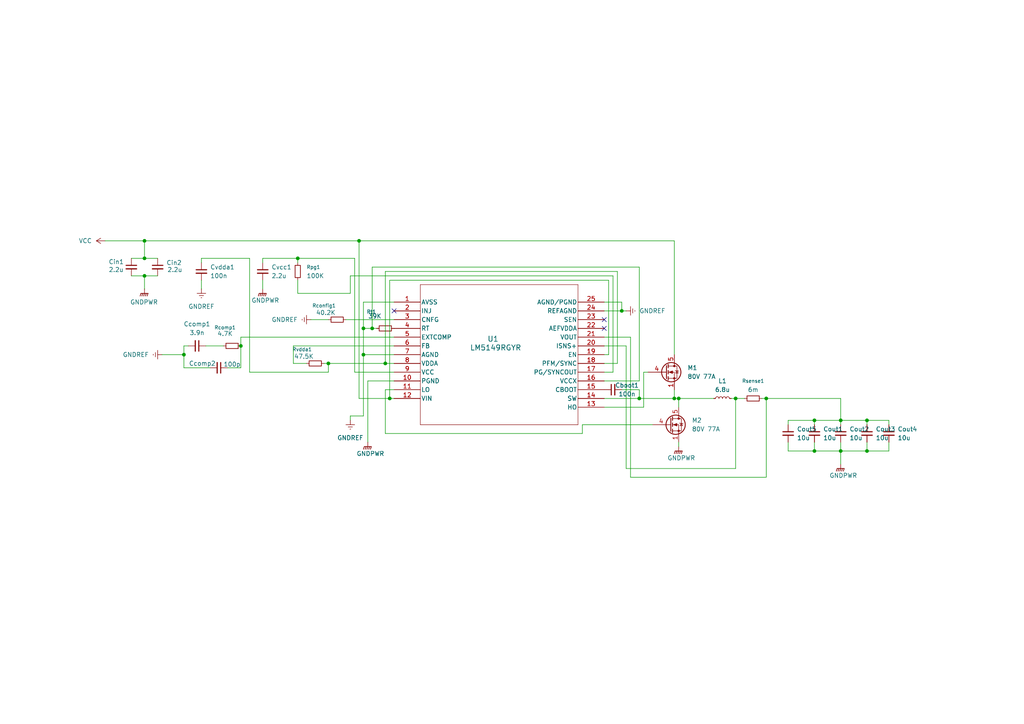
<source format=kicad_sch>
(kicad_sch
	(version 20250114)
	(generator "eeschema")
	(generator_version "9.0")
	(uuid "f13d02e3-3e6e-4d89-9a7a-22ac1c55d8f0")
	(paper "A4")
	(lib_symbols
		(symbol "Device:C_Small"
			(pin_numbers
				(hide yes)
			)
			(pin_names
				(offset 0.254)
				(hide yes)
			)
			(exclude_from_sim no)
			(in_bom yes)
			(on_board yes)
			(property "Reference" "C"
				(at 0.254 1.778 0)
				(effects
					(font
						(size 1.27 1.27)
					)
					(justify left)
				)
			)
			(property "Value" "C_Small"
				(at 0.254 -2.032 0)
				(effects
					(font
						(size 1.27 1.27)
					)
					(justify left)
				)
			)
			(property "Footprint" ""
				(at 0 0 0)
				(effects
					(font
						(size 1.27 1.27)
					)
					(hide yes)
				)
			)
			(property "Datasheet" "~"
				(at 0 0 0)
				(effects
					(font
						(size 1.27 1.27)
					)
					(hide yes)
				)
			)
			(property "Description" "Unpolarized capacitor, small symbol"
				(at 0 0 0)
				(effects
					(font
						(size 1.27 1.27)
					)
					(hide yes)
				)
			)
			(property "ki_keywords" "capacitor cap"
				(at 0 0 0)
				(effects
					(font
						(size 1.27 1.27)
					)
					(hide yes)
				)
			)
			(property "ki_fp_filters" "C_*"
				(at 0 0 0)
				(effects
					(font
						(size 1.27 1.27)
					)
					(hide yes)
				)
			)
			(symbol "C_Small_0_1"
				(polyline
					(pts
						(xy -1.524 0.508) (xy 1.524 0.508)
					)
					(stroke
						(width 0.3048)
						(type default)
					)
					(fill
						(type none)
					)
				)
				(polyline
					(pts
						(xy -1.524 -0.508) (xy 1.524 -0.508)
					)
					(stroke
						(width 0.3302)
						(type default)
					)
					(fill
						(type none)
					)
				)
			)
			(symbol "C_Small_1_1"
				(pin passive line
					(at 0 2.54 270)
					(length 2.032)
					(name "~"
						(effects
							(font
								(size 1.27 1.27)
							)
						)
					)
					(number "1"
						(effects
							(font
								(size 1.27 1.27)
							)
						)
					)
				)
				(pin passive line
					(at 0 -2.54 90)
					(length 2.032)
					(name "~"
						(effects
							(font
								(size 1.27 1.27)
							)
						)
					)
					(number "2"
						(effects
							(font
								(size 1.27 1.27)
							)
						)
					)
				)
			)
			(embedded_fonts no)
		)
		(symbol "Device:L_Small"
			(pin_numbers
				(hide yes)
			)
			(pin_names
				(offset 0.254)
				(hide yes)
			)
			(exclude_from_sim no)
			(in_bom yes)
			(on_board yes)
			(property "Reference" "L"
				(at 0.762 1.016 0)
				(effects
					(font
						(size 1.27 1.27)
					)
					(justify left)
				)
			)
			(property "Value" "L_Small"
				(at 0.762 -1.016 0)
				(effects
					(font
						(size 1.27 1.27)
					)
					(justify left)
				)
			)
			(property "Footprint" ""
				(at 0 0 0)
				(effects
					(font
						(size 1.27 1.27)
					)
					(hide yes)
				)
			)
			(property "Datasheet" "~"
				(at 0 0 0)
				(effects
					(font
						(size 1.27 1.27)
					)
					(hide yes)
				)
			)
			(property "Description" "Inductor, small symbol"
				(at 0 0 0)
				(effects
					(font
						(size 1.27 1.27)
					)
					(hide yes)
				)
			)
			(property "ki_keywords" "inductor choke coil reactor magnetic"
				(at 0 0 0)
				(effects
					(font
						(size 1.27 1.27)
					)
					(hide yes)
				)
			)
			(property "ki_fp_filters" "Choke_* *Coil* Inductor_* L_*"
				(at 0 0 0)
				(effects
					(font
						(size 1.27 1.27)
					)
					(hide yes)
				)
			)
			(symbol "L_Small_0_1"
				(arc
					(start 0 2.032)
					(mid 0.5058 1.524)
					(end 0 1.016)
					(stroke
						(width 0)
						(type default)
					)
					(fill
						(type none)
					)
				)
				(arc
					(start 0 1.016)
					(mid 0.5058 0.508)
					(end 0 0)
					(stroke
						(width 0)
						(type default)
					)
					(fill
						(type none)
					)
				)
				(arc
					(start 0 0)
					(mid 0.5058 -0.508)
					(end 0 -1.016)
					(stroke
						(width 0)
						(type default)
					)
					(fill
						(type none)
					)
				)
				(arc
					(start 0 -1.016)
					(mid 0.5058 -1.524)
					(end 0 -2.032)
					(stroke
						(width 0)
						(type default)
					)
					(fill
						(type none)
					)
				)
			)
			(symbol "L_Small_1_1"
				(pin passive line
					(at 0 2.54 270)
					(length 0.508)
					(name "~"
						(effects
							(font
								(size 1.27 1.27)
							)
						)
					)
					(number "1"
						(effects
							(font
								(size 1.27 1.27)
							)
						)
					)
				)
				(pin passive line
					(at 0 -2.54 90)
					(length 0.508)
					(name "~"
						(effects
							(font
								(size 1.27 1.27)
							)
						)
					)
					(number "2"
						(effects
							(font
								(size 1.27 1.27)
							)
						)
					)
				)
			)
			(embedded_fonts no)
		)
		(symbol "Device:R_Small"
			(pin_numbers
				(hide yes)
			)
			(pin_names
				(offset 0.254)
				(hide yes)
			)
			(exclude_from_sim no)
			(in_bom yes)
			(on_board yes)
			(property "Reference" "R"
				(at 0 0 90)
				(effects
					(font
						(size 1.016 1.016)
					)
				)
			)
			(property "Value" "R_Small"
				(at 1.778 0 90)
				(effects
					(font
						(size 1.27 1.27)
					)
				)
			)
			(property "Footprint" ""
				(at 0 0 0)
				(effects
					(font
						(size 1.27 1.27)
					)
					(hide yes)
				)
			)
			(property "Datasheet" "~"
				(at 0 0 0)
				(effects
					(font
						(size 1.27 1.27)
					)
					(hide yes)
				)
			)
			(property "Description" "Resistor, small symbol"
				(at 0 0 0)
				(effects
					(font
						(size 1.27 1.27)
					)
					(hide yes)
				)
			)
			(property "ki_keywords" "R resistor"
				(at 0 0 0)
				(effects
					(font
						(size 1.27 1.27)
					)
					(hide yes)
				)
			)
			(property "ki_fp_filters" "R_*"
				(at 0 0 0)
				(effects
					(font
						(size 1.27 1.27)
					)
					(hide yes)
				)
			)
			(symbol "R_Small_0_1"
				(rectangle
					(start -0.762 1.778)
					(end 0.762 -1.778)
					(stroke
						(width 0.2032)
						(type default)
					)
					(fill
						(type none)
					)
				)
			)
			(symbol "R_Small_1_1"
				(pin passive line
					(at 0 2.54 270)
					(length 0.762)
					(name "~"
						(effects
							(font
								(size 1.27 1.27)
							)
						)
					)
					(number "1"
						(effects
							(font
								(size 1.27 1.27)
							)
						)
					)
				)
				(pin passive line
					(at 0 -2.54 90)
					(length 0.762)
					(name "~"
						(effects
							(font
								(size 1.27 1.27)
							)
						)
					)
					(number "2"
						(effects
							(font
								(size 1.27 1.27)
							)
						)
					)
				)
			)
			(embedded_fonts no)
		)
		(symbol "LM5149:LM5149RGYR"
			(pin_names
				(offset 0.254)
			)
			(exclude_from_sim no)
			(in_bom yes)
			(on_board yes)
			(property "Reference" "U"
				(at 30.48 10.16 0)
				(effects
					(font
						(size 1.524 1.524)
					)
				)
			)
			(property "Value" "LM5149RGYR"
				(at 30.48 7.62 0)
				(effects
					(font
						(size 1.524 1.524)
					)
				)
			)
			(property "Footprint" "VQFN24_RGY_TEX"
				(at 0 0 0)
				(effects
					(font
						(size 1.27 1.27)
						(italic yes)
					)
					(hide yes)
				)
			)
			(property "Datasheet" "https://www.ti.com/lit/gpn/lm5149"
				(at 0 0 0)
				(effects
					(font
						(size 1.27 1.27)
						(italic yes)
					)
					(hide yes)
				)
			)
			(property "Description" ""
				(at 0 0 0)
				(effects
					(font
						(size 1.27 1.27)
					)
					(hide yes)
				)
			)
			(property "ki_locked" ""
				(at 0 0 0)
				(effects
					(font
						(size 1.27 1.27)
					)
				)
			)
			(property "ki_keywords" "LM5149RGYR"
				(at 0 0 0)
				(effects
					(font
						(size 1.27 1.27)
					)
					(hide yes)
				)
			)
			(property "ki_fp_filters" "VQFN24_RGY_TEX VQFN24_RGY_TEX-M VQFN24_RGY_TEX-L"
				(at 0 0 0)
				(effects
					(font
						(size 1.27 1.27)
					)
					(hide yes)
				)
			)
			(symbol "LM5149RGYR_0_1"
				(polyline
					(pts
						(xy 7.62 5.08) (xy 7.62 -35.56)
					)
					(stroke
						(width 0.127)
						(type default)
					)
					(fill
						(type none)
					)
				)
				(polyline
					(pts
						(xy 7.62 -35.56) (xy 53.34 -35.56)
					)
					(stroke
						(width 0.127)
						(type default)
					)
					(fill
						(type none)
					)
				)
				(polyline
					(pts
						(xy 53.34 5.08) (xy 7.62 5.08)
					)
					(stroke
						(width 0.127)
						(type default)
					)
					(fill
						(type none)
					)
				)
				(polyline
					(pts
						(xy 53.34 -35.56) (xy 53.34 5.08)
					)
					(stroke
						(width 0.127)
						(type default)
					)
					(fill
						(type none)
					)
				)
				(pin power_out line
					(at 0 0 0)
					(length 7.62)
					(name "AVSS"
						(effects
							(font
								(size 1.27 1.27)
							)
						)
					)
					(number "1"
						(effects
							(font
								(size 1.27 1.27)
							)
						)
					)
				)
				(pin output line
					(at 0 -2.54 0)
					(length 7.62)
					(name "INJ"
						(effects
							(font
								(size 1.27 1.27)
							)
						)
					)
					(number "2"
						(effects
							(font
								(size 1.27 1.27)
							)
						)
					)
				)
				(pin unspecified line
					(at 0 -5.08 0)
					(length 7.62)
					(name "CNFG"
						(effects
							(font
								(size 1.27 1.27)
							)
						)
					)
					(number "3"
						(effects
							(font
								(size 1.27 1.27)
							)
						)
					)
				)
				(pin input line
					(at 0 -7.62 0)
					(length 7.62)
					(name "RT"
						(effects
							(font
								(size 1.27 1.27)
							)
						)
					)
					(number "4"
						(effects
							(font
								(size 1.27 1.27)
							)
						)
					)
				)
				(pin output line
					(at 0 -10.16 0)
					(length 7.62)
					(name "EXTCOMP"
						(effects
							(font
								(size 1.27 1.27)
							)
						)
					)
					(number "5"
						(effects
							(font
								(size 1.27 1.27)
							)
						)
					)
				)
				(pin input line
					(at 0 -12.7 0)
					(length 7.62)
					(name "FB"
						(effects
							(font
								(size 1.27 1.27)
							)
						)
					)
					(number "6"
						(effects
							(font
								(size 1.27 1.27)
							)
						)
					)
				)
				(pin power_out line
					(at 0 -15.24 0)
					(length 7.62)
					(name "AGND"
						(effects
							(font
								(size 1.27 1.27)
							)
						)
					)
					(number "7"
						(effects
							(font
								(size 1.27 1.27)
							)
						)
					)
				)
				(pin output line
					(at 0 -17.78 0)
					(length 7.62)
					(name "VDDA"
						(effects
							(font
								(size 1.27 1.27)
							)
						)
					)
					(number "8"
						(effects
							(font
								(size 1.27 1.27)
							)
						)
					)
				)
				(pin power_in line
					(at 0 -20.32 0)
					(length 7.62)
					(name "VCC"
						(effects
							(font
								(size 1.27 1.27)
							)
						)
					)
					(number "9"
						(effects
							(font
								(size 1.27 1.27)
							)
						)
					)
				)
				(pin power_out line
					(at 0 -22.86 0)
					(length 7.62)
					(name "PGND"
						(effects
							(font
								(size 1.27 1.27)
							)
						)
					)
					(number "10"
						(effects
							(font
								(size 1.27 1.27)
							)
						)
					)
				)
				(pin output line
					(at 0 -25.4 0)
					(length 7.62)
					(name "LO"
						(effects
							(font
								(size 1.27 1.27)
							)
						)
					)
					(number "11"
						(effects
							(font
								(size 1.27 1.27)
							)
						)
					)
				)
				(pin power_in line
					(at 0 -27.94 0)
					(length 7.62)
					(name "VIN"
						(effects
							(font
								(size 1.27 1.27)
							)
						)
					)
					(number "12"
						(effects
							(font
								(size 1.27 1.27)
							)
						)
					)
				)
				(pin power_out line
					(at 60.96 0 180)
					(length 7.62)
					(name "AGND/PGND"
						(effects
							(font
								(size 1.27 1.27)
							)
						)
					)
					(number "25"
						(effects
							(font
								(size 1.27 1.27)
							)
						)
					)
				)
				(pin power_out line
					(at 60.96 -2.54 180)
					(length 7.62)
					(name "REFAGND"
						(effects
							(font
								(size 1.27 1.27)
							)
						)
					)
					(number "24"
						(effects
							(font
								(size 1.27 1.27)
							)
						)
					)
				)
				(pin input line
					(at 60.96 -5.08 180)
					(length 7.62)
					(name "SEN"
						(effects
							(font
								(size 1.27 1.27)
							)
						)
					)
					(number "23"
						(effects
							(font
								(size 1.27 1.27)
							)
						)
					)
				)
				(pin power_in line
					(at 60.96 -7.62 180)
					(length 7.62)
					(name "AEFVDDA"
						(effects
							(font
								(size 1.27 1.27)
							)
						)
					)
					(number "22"
						(effects
							(font
								(size 1.27 1.27)
							)
						)
					)
				)
				(pin input line
					(at 60.96 -10.16 180)
					(length 7.62)
					(name "VOUT"
						(effects
							(font
								(size 1.27 1.27)
							)
						)
					)
					(number "21"
						(effects
							(font
								(size 1.27 1.27)
							)
						)
					)
				)
				(pin input line
					(at 60.96 -12.7 180)
					(length 7.62)
					(name "ISNS+"
						(effects
							(font
								(size 1.27 1.27)
							)
						)
					)
					(number "20"
						(effects
							(font
								(size 1.27 1.27)
							)
						)
					)
				)
				(pin input line
					(at 60.96 -15.24 180)
					(length 7.62)
					(name "EN"
						(effects
							(font
								(size 1.27 1.27)
							)
						)
					)
					(number "19"
						(effects
							(font
								(size 1.27 1.27)
							)
						)
					)
				)
				(pin input line
					(at 60.96 -17.78 180)
					(length 7.62)
					(name "PFM/SYNC"
						(effects
							(font
								(size 1.27 1.27)
							)
						)
					)
					(number "18"
						(effects
							(font
								(size 1.27 1.27)
							)
						)
					)
				)
				(pin power_in line
					(at 60.96 -20.32 180)
					(length 7.62)
					(name "PG/SYNCOUT"
						(effects
							(font
								(size 1.27 1.27)
							)
						)
					)
					(number "17"
						(effects
							(font
								(size 1.27 1.27)
							)
						)
					)
				)
				(pin power_in line
					(at 60.96 -22.86 180)
					(length 7.62)
					(name "VCCX"
						(effects
							(font
								(size 1.27 1.27)
							)
						)
					)
					(number "16"
						(effects
							(font
								(size 1.27 1.27)
							)
						)
					)
				)
				(pin power_in line
					(at 60.96 -25.4 180)
					(length 7.62)
					(name "CBOOT"
						(effects
							(font
								(size 1.27 1.27)
							)
						)
					)
					(number "15"
						(effects
							(font
								(size 1.27 1.27)
							)
						)
					)
				)
				(pin power_in line
					(at 60.96 -27.94 180)
					(length 7.62)
					(name "SW"
						(effects
							(font
								(size 1.27 1.27)
							)
						)
					)
					(number "14"
						(effects
							(font
								(size 1.27 1.27)
							)
						)
					)
				)
				(pin output line
					(at 60.96 -30.48 180)
					(length 7.62)
					(name "HO"
						(effects
							(font
								(size 1.27 1.27)
							)
						)
					)
					(number "13"
						(effects
							(font
								(size 1.27 1.27)
							)
						)
					)
				)
			)
			(embedded_fonts no)
		)
		(symbol "Transistor_FET:BSC047N08NS3G"
			(pin_names
				(offset 0)
				(hide yes)
			)
			(exclude_from_sim no)
			(in_bom yes)
			(on_board yes)
			(property "Reference" "Q"
				(at 5.08 1.905 0)
				(effects
					(font
						(size 1.27 1.27)
					)
					(justify left)
				)
			)
			(property "Value" "BSC047N08NS3G"
				(at 5.08 0 0)
				(effects
					(font
						(size 1.27 1.27)
					)
					(justify left)
				)
			)
			(property "Footprint" "Package_TO_SOT_SMD:TDSON-8-1"
				(at 5.08 -1.905 0)
				(effects
					(font
						(size 1.27 1.27)
						(italic yes)
					)
					(justify left)
					(hide yes)
				)
			)
			(property "Datasheet" "http://www.infineon.com/dgdl/Infineon-BSC047N08NS3G-DS-v02_07-en.pdf?fileId=db3a30431add1d95011ae7e8dacf5611"
				(at 5.08 -3.81 0)
				(effects
					(font
						(size 1.27 1.27)
					)
					(justify left)
					(hide yes)
				)
			)
			(property "Description" "100A Id, 80V Vds, OptiMOS N-Channel Power MOSFET, 4.7mOhm Ron, Qg (typ) 52.0nC, PG-TDSON-8"
				(at 0 0 0)
				(effects
					(font
						(size 1.27 1.27)
					)
					(hide yes)
				)
			)
			(property "ki_keywords" "OptiMOS Power MOSFET N-MOS"
				(at 0 0 0)
				(effects
					(font
						(size 1.27 1.27)
					)
					(hide yes)
				)
			)
			(property "ki_fp_filters" "TDSON*"
				(at 0 0 0)
				(effects
					(font
						(size 1.27 1.27)
					)
					(hide yes)
				)
			)
			(symbol "BSC047N08NS3G_0_1"
				(polyline
					(pts
						(xy 0.254 1.905) (xy 0.254 -1.905)
					)
					(stroke
						(width 0.254)
						(type default)
					)
					(fill
						(type none)
					)
				)
				(polyline
					(pts
						(xy 0.254 0) (xy -2.54 0)
					)
					(stroke
						(width 0)
						(type default)
					)
					(fill
						(type none)
					)
				)
				(polyline
					(pts
						(xy 0.762 2.286) (xy 0.762 1.27)
					)
					(stroke
						(width 0.254)
						(type default)
					)
					(fill
						(type none)
					)
				)
				(polyline
					(pts
						(xy 0.762 0.508) (xy 0.762 -0.508)
					)
					(stroke
						(width 0.254)
						(type default)
					)
					(fill
						(type none)
					)
				)
				(polyline
					(pts
						(xy 0.762 -1.27) (xy 0.762 -2.286)
					)
					(stroke
						(width 0.254)
						(type default)
					)
					(fill
						(type none)
					)
				)
				(polyline
					(pts
						(xy 0.762 -1.778) (xy 3.302 -1.778) (xy 3.302 1.778) (xy 0.762 1.778)
					)
					(stroke
						(width 0)
						(type default)
					)
					(fill
						(type none)
					)
				)
				(polyline
					(pts
						(xy 1.016 0) (xy 2.032 0.381) (xy 2.032 -0.381) (xy 1.016 0)
					)
					(stroke
						(width 0)
						(type default)
					)
					(fill
						(type outline)
					)
				)
				(circle
					(center 1.651 0)
					(radius 2.794)
					(stroke
						(width 0.254)
						(type default)
					)
					(fill
						(type none)
					)
				)
				(polyline
					(pts
						(xy 2.54 2.54) (xy 2.54 1.778)
					)
					(stroke
						(width 0)
						(type default)
					)
					(fill
						(type none)
					)
				)
				(circle
					(center 2.54 1.778)
					(radius 0.254)
					(stroke
						(width 0)
						(type default)
					)
					(fill
						(type outline)
					)
				)
				(circle
					(center 2.54 -1.778)
					(radius 0.254)
					(stroke
						(width 0)
						(type default)
					)
					(fill
						(type outline)
					)
				)
				(polyline
					(pts
						(xy 2.54 -2.54) (xy 2.54 0) (xy 0.762 0)
					)
					(stroke
						(width 0)
						(type default)
					)
					(fill
						(type none)
					)
				)
				(polyline
					(pts
						(xy 2.794 0.508) (xy 2.921 0.381) (xy 3.683 0.381) (xy 3.81 0.254)
					)
					(stroke
						(width 0)
						(type default)
					)
					(fill
						(type none)
					)
				)
				(polyline
					(pts
						(xy 3.302 0.381) (xy 2.921 -0.254) (xy 3.683 -0.254) (xy 3.302 0.381)
					)
					(stroke
						(width 0)
						(type default)
					)
					(fill
						(type none)
					)
				)
			)
			(symbol "BSC047N08NS3G_1_1"
				(pin input line
					(at -5.08 0 0)
					(length 5.08)
					(name "G"
						(effects
							(font
								(size 1.27 1.27)
							)
						)
					)
					(number "4"
						(effects
							(font
								(size 1.27 1.27)
							)
						)
					)
				)
				(pin passive line
					(at 2.54 5.08 270)
					(length 2.54)
					(name "D"
						(effects
							(font
								(size 1.27 1.27)
							)
						)
					)
					(number "5"
						(effects
							(font
								(size 1.27 1.27)
							)
						)
					)
				)
				(pin passive line
					(at 2.54 -5.08 90)
					(length 2.54)
					(name "S"
						(effects
							(font
								(size 1.27 1.27)
							)
						)
					)
					(number "1"
						(effects
							(font
								(size 1.27 1.27)
							)
						)
					)
				)
				(pin passive line
					(at 2.54 -5.08 90)
					(length 2.54)
					(hide yes)
					(name "S"
						(effects
							(font
								(size 1.27 1.27)
							)
						)
					)
					(number "2"
						(effects
							(font
								(size 1.27 1.27)
							)
						)
					)
				)
				(pin passive line
					(at 2.54 -5.08 90)
					(length 2.54)
					(hide yes)
					(name "S"
						(effects
							(font
								(size 1.27 1.27)
							)
						)
					)
					(number "3"
						(effects
							(font
								(size 1.27 1.27)
							)
						)
					)
				)
			)
			(embedded_fonts no)
		)
		(symbol "power:GNDPWR"
			(power)
			(pin_numbers
				(hide yes)
			)
			(pin_names
				(offset 0)
				(hide yes)
			)
			(exclude_from_sim no)
			(in_bom yes)
			(on_board yes)
			(property "Reference" "#PWR"
				(at 0 -5.08 0)
				(effects
					(font
						(size 1.27 1.27)
					)
					(hide yes)
				)
			)
			(property "Value" "GNDPWR"
				(at 0 -3.302 0)
				(effects
					(font
						(size 1.27 1.27)
					)
				)
			)
			(property "Footprint" ""
				(at 0 -1.27 0)
				(effects
					(font
						(size 1.27 1.27)
					)
					(hide yes)
				)
			)
			(property "Datasheet" ""
				(at 0 -1.27 0)
				(effects
					(font
						(size 1.27 1.27)
					)
					(hide yes)
				)
			)
			(property "Description" "Power symbol creates a global label with name \"GNDPWR\" , global ground"
				(at 0 0 0)
				(effects
					(font
						(size 1.27 1.27)
					)
					(hide yes)
				)
			)
			(property "ki_keywords" "global ground"
				(at 0 0 0)
				(effects
					(font
						(size 1.27 1.27)
					)
					(hide yes)
				)
			)
			(symbol "GNDPWR_0_1"
				(polyline
					(pts
						(xy -1.016 -1.27) (xy -1.27 -2.032) (xy -1.27 -2.032)
					)
					(stroke
						(width 0.2032)
						(type default)
					)
					(fill
						(type none)
					)
				)
				(polyline
					(pts
						(xy -0.508 -1.27) (xy -0.762 -2.032) (xy -0.762 -2.032)
					)
					(stroke
						(width 0.2032)
						(type default)
					)
					(fill
						(type none)
					)
				)
				(polyline
					(pts
						(xy 0 -1.27) (xy 0 0)
					)
					(stroke
						(width 0)
						(type default)
					)
					(fill
						(type none)
					)
				)
				(polyline
					(pts
						(xy 0 -1.27) (xy -0.254 -2.032) (xy -0.254 -2.032)
					)
					(stroke
						(width 0.2032)
						(type default)
					)
					(fill
						(type none)
					)
				)
				(polyline
					(pts
						(xy 0.508 -1.27) (xy 0.254 -2.032) (xy 0.254 -2.032)
					)
					(stroke
						(width 0.2032)
						(type default)
					)
					(fill
						(type none)
					)
				)
				(polyline
					(pts
						(xy 1.016 -1.27) (xy -1.016 -1.27) (xy -1.016 -1.27)
					)
					(stroke
						(width 0.2032)
						(type default)
					)
					(fill
						(type none)
					)
				)
				(polyline
					(pts
						(xy 1.016 -1.27) (xy 0.762 -2.032) (xy 0.762 -2.032) (xy 0.762 -2.032)
					)
					(stroke
						(width 0.2032)
						(type default)
					)
					(fill
						(type none)
					)
				)
			)
			(symbol "GNDPWR_1_1"
				(pin power_in line
					(at 0 0 270)
					(length 0)
					(name "~"
						(effects
							(font
								(size 1.27 1.27)
							)
						)
					)
					(number "1"
						(effects
							(font
								(size 1.27 1.27)
							)
						)
					)
				)
			)
			(embedded_fonts no)
		)
		(symbol "power:GNDREF"
			(power)
			(pin_numbers
				(hide yes)
			)
			(pin_names
				(offset 0)
				(hide yes)
			)
			(exclude_from_sim no)
			(in_bom yes)
			(on_board yes)
			(property "Reference" "#PWR"
				(at 0 -6.35 0)
				(effects
					(font
						(size 1.27 1.27)
					)
					(hide yes)
				)
			)
			(property "Value" "GNDREF"
				(at 0 -3.81 0)
				(effects
					(font
						(size 1.27 1.27)
					)
				)
			)
			(property "Footprint" ""
				(at 0 0 0)
				(effects
					(font
						(size 1.27 1.27)
					)
					(hide yes)
				)
			)
			(property "Datasheet" ""
				(at 0 0 0)
				(effects
					(font
						(size 1.27 1.27)
					)
					(hide yes)
				)
			)
			(property "Description" "Power symbol creates a global label with name \"GNDREF\" , reference supply ground"
				(at 0 0 0)
				(effects
					(font
						(size 1.27 1.27)
					)
					(hide yes)
				)
			)
			(property "ki_keywords" "global power"
				(at 0 0 0)
				(effects
					(font
						(size 1.27 1.27)
					)
					(hide yes)
				)
			)
			(symbol "GNDREF_0_1"
				(polyline
					(pts
						(xy -0.635 -1.905) (xy 0.635 -1.905)
					)
					(stroke
						(width 0)
						(type default)
					)
					(fill
						(type none)
					)
				)
				(polyline
					(pts
						(xy -0.127 -2.54) (xy 0.127 -2.54)
					)
					(stroke
						(width 0)
						(type default)
					)
					(fill
						(type none)
					)
				)
				(polyline
					(pts
						(xy 0 -1.27) (xy 0 0)
					)
					(stroke
						(width 0)
						(type default)
					)
					(fill
						(type none)
					)
				)
				(polyline
					(pts
						(xy 1.27 -1.27) (xy -1.27 -1.27)
					)
					(stroke
						(width 0)
						(type default)
					)
					(fill
						(type none)
					)
				)
			)
			(symbol "GNDREF_1_1"
				(pin power_in line
					(at 0 0 270)
					(length 0)
					(name "~"
						(effects
							(font
								(size 1.27 1.27)
							)
						)
					)
					(number "1"
						(effects
							(font
								(size 1.27 1.27)
							)
						)
					)
				)
			)
			(embedded_fonts no)
		)
		(symbol "power:VCC"
			(power)
			(pin_numbers
				(hide yes)
			)
			(pin_names
				(offset 0)
				(hide yes)
			)
			(exclude_from_sim no)
			(in_bom yes)
			(on_board yes)
			(property "Reference" "#PWR"
				(at 0 -3.81 0)
				(effects
					(font
						(size 1.27 1.27)
					)
					(hide yes)
				)
			)
			(property "Value" "VCC"
				(at 0 3.556 0)
				(effects
					(font
						(size 1.27 1.27)
					)
				)
			)
			(property "Footprint" ""
				(at 0 0 0)
				(effects
					(font
						(size 1.27 1.27)
					)
					(hide yes)
				)
			)
			(property "Datasheet" ""
				(at 0 0 0)
				(effects
					(font
						(size 1.27 1.27)
					)
					(hide yes)
				)
			)
			(property "Description" "Power symbol creates a global label with name \"VCC\""
				(at 0 0 0)
				(effects
					(font
						(size 1.27 1.27)
					)
					(hide yes)
				)
			)
			(property "ki_keywords" "global power"
				(at 0 0 0)
				(effects
					(font
						(size 1.27 1.27)
					)
					(hide yes)
				)
			)
			(symbol "VCC_0_1"
				(polyline
					(pts
						(xy -0.762 1.27) (xy 0 2.54)
					)
					(stroke
						(width 0)
						(type default)
					)
					(fill
						(type none)
					)
				)
				(polyline
					(pts
						(xy 0 2.54) (xy 0.762 1.27)
					)
					(stroke
						(width 0)
						(type default)
					)
					(fill
						(type none)
					)
				)
				(polyline
					(pts
						(xy 0 0) (xy 0 2.54)
					)
					(stroke
						(width 0)
						(type default)
					)
					(fill
						(type none)
					)
				)
			)
			(symbol "VCC_1_1"
				(pin power_in line
					(at 0 0 90)
					(length 0)
					(name "~"
						(effects
							(font
								(size 1.27 1.27)
							)
						)
					)
					(number "1"
						(effects
							(font
								(size 1.27 1.27)
							)
						)
					)
				)
			)
			(embedded_fonts no)
		)
	)
	(junction
		(at 243.84 130.81)
		(diameter 0)
		(color 0 0 0 0)
		(uuid "0bf049d9-aa5f-4bcd-86a0-52896cb94521")
	)
	(junction
		(at 236.22 121.92)
		(diameter 0)
		(color 0 0 0 0)
		(uuid "0fd10ffd-744e-47a0-b3c2-f44401b079c3")
	)
	(junction
		(at 69.85 100.33)
		(diameter 0)
		(color 0 0 0 0)
		(uuid "10211bc5-2c29-4679-885d-e2ac52113aa0")
	)
	(junction
		(at 113.03 115.57)
		(diameter 0)
		(color 0 0 0 0)
		(uuid "10fd549c-d962-4b99-9ff7-2510f0b98e88")
	)
	(junction
		(at 86.36 74.93)
		(diameter 0)
		(color 0 0 0 0)
		(uuid "12fde512-306e-4e19-87af-e0d83a3715fd")
	)
	(junction
		(at 53.34 102.87)
		(diameter 0)
		(color 0 0 0 0)
		(uuid "2373fedd-1fde-419f-baad-cabd88bcb1a1")
	)
	(junction
		(at 41.91 74.93)
		(diameter 0)
		(color 0 0 0 0)
		(uuid "2582678c-baba-4ef0-92e3-f9e54adf6937")
	)
	(junction
		(at 104.14 69.85)
		(diameter 0)
		(color 0 0 0 0)
		(uuid "30b1e945-7184-440a-9fb3-c0179e6d3384")
	)
	(junction
		(at 222.25 115.57)
		(diameter 0)
		(color 0 0 0 0)
		(uuid "40e90b7d-9c20-43b9-9937-05cc7c8eb982")
	)
	(junction
		(at 236.22 130.81)
		(diameter 0)
		(color 0 0 0 0)
		(uuid "4dd6380a-cd47-406e-955c-167b3f32bb75")
	)
	(junction
		(at 41.91 80.01)
		(diameter 0)
		(color 0 0 0 0)
		(uuid "56564ebc-eeb5-44fb-8e3e-3454014f394f")
	)
	(junction
		(at 195.58 115.57)
		(diameter 0)
		(color 0 0 0 0)
		(uuid "56934726-25c0-4c10-ad2c-1490a1172062")
	)
	(junction
		(at 111.76 105.41)
		(diameter 0)
		(color 0 0 0 0)
		(uuid "602062eb-04a6-428f-b7ae-82117347b187")
	)
	(junction
		(at 213.36 115.57)
		(diameter 0)
		(color 0 0 0 0)
		(uuid "6dce908e-b634-4897-b60c-564c6add4525")
	)
	(junction
		(at 95.25 105.41)
		(diameter 0)
		(color 0 0 0 0)
		(uuid "73492ad7-3ec4-475c-a536-8c130401fb8a")
	)
	(junction
		(at 251.46 121.92)
		(diameter 0)
		(color 0 0 0 0)
		(uuid "752c3b57-7a52-4aaa-b10f-f6f4075ccc6b")
	)
	(junction
		(at 105.41 95.25)
		(diameter 0)
		(color 0 0 0 0)
		(uuid "963c8c18-8b9b-40ef-a63e-e1c68a32e16a")
	)
	(junction
		(at 196.85 115.57)
		(diameter 0)
		(color 0 0 0 0)
		(uuid "9f175293-5c4c-4eb2-a0a8-ae49cecd7454")
	)
	(junction
		(at 251.46 130.81)
		(diameter 0)
		(color 0 0 0 0)
		(uuid "add8cfcd-11ca-469a-b4bf-f3886aac4fb3")
	)
	(junction
		(at 185.42 115.57)
		(diameter 0)
		(color 0 0 0 0)
		(uuid "bddfcb9b-ebe2-402b-b19a-abe9e282fc7c")
	)
	(junction
		(at 105.41 102.87)
		(diameter 0)
		(color 0 0 0 0)
		(uuid "d765f793-f8bc-4d7b-b6c3-3df0274a1a04")
	)
	(junction
		(at 107.95 95.25)
		(diameter 0)
		(color 0 0 0 0)
		(uuid "f006a793-2200-46ab-ad16-1f3e1055dabb")
	)
	(junction
		(at 180.34 90.17)
		(diameter 0)
		(color 0 0 0 0)
		(uuid "f2f7db68-15ff-410f-980f-69283608de3e")
	)
	(junction
		(at 243.84 121.92)
		(diameter 0)
		(color 0 0 0 0)
		(uuid "f461ee51-30ef-40fd-8b5d-79fe4cc67a67")
	)
	(junction
		(at 41.91 69.85)
		(diameter 0)
		(color 0 0 0 0)
		(uuid "fe6fd76a-c528-48cb-a0cd-a42b875772c8")
	)
	(no_connect
		(at 175.26 95.25)
		(uuid "09770c0b-2423-46c7-bf58-754026921454")
	)
	(no_connect
		(at 114.3 90.17)
		(uuid "4470772a-8edd-4df4-9b7d-934d5d9277e7")
	)
	(no_connect
		(at 175.26 92.71)
		(uuid "dc483bdb-daaf-456b-9392-78b026532716")
	)
	(wire
		(pts
			(xy 243.84 128.27) (xy 243.84 130.81)
		)
		(stroke
			(width 0)
			(type default)
		)
		(uuid "0270a116-86f8-4f6d-9a1b-d31e9f42c65a")
	)
	(wire
		(pts
			(xy 104.14 69.85) (xy 195.58 69.85)
		)
		(stroke
			(width 0)
			(type default)
		)
		(uuid "0825ac4a-4399-4882-9893-7d67dbde791d")
	)
	(wire
		(pts
			(xy 236.22 121.92) (xy 243.84 121.92)
		)
		(stroke
			(width 0)
			(type default)
		)
		(uuid "08b53881-65cf-4c66-a869-580f76bf2a1b")
	)
	(wire
		(pts
			(xy 113.03 115.57) (xy 113.03 81.28)
		)
		(stroke
			(width 0)
			(type default)
		)
		(uuid "0911af97-5d76-47ce-a77c-f05b484985dc")
	)
	(wire
		(pts
			(xy 182.88 97.79) (xy 182.88 138.43)
		)
		(stroke
			(width 0)
			(type default)
		)
		(uuid "0ae54c56-71e0-49d0-a1ae-8f9a9484020c")
	)
	(wire
		(pts
			(xy 95.25 105.41) (xy 95.25 107.95)
		)
		(stroke
			(width 0)
			(type default)
		)
		(uuid "0c4c8bcf-b5b2-48ef-8412-4366d8303041")
	)
	(wire
		(pts
			(xy 107.95 77.47) (xy 107.95 95.25)
		)
		(stroke
			(width 0)
			(type default)
		)
		(uuid "1391f93e-3bff-4f51-8ae7-149af25360ff")
	)
	(wire
		(pts
			(xy 113.03 81.28) (xy 176.53 81.28)
		)
		(stroke
			(width 0)
			(type default)
		)
		(uuid "142a17eb-e31b-4c01-b846-acb4128c4da8")
	)
	(wire
		(pts
			(xy 168.91 123.19) (xy 189.23 123.19)
		)
		(stroke
			(width 0)
			(type default)
		)
		(uuid "15adada5-3f6e-49c9-a4f0-bc93cff0e2ef")
	)
	(wire
		(pts
			(xy 54.61 100.33) (xy 53.34 100.33)
		)
		(stroke
			(width 0)
			(type default)
		)
		(uuid "16da39ef-331b-4b28-b7e8-fdbd1ea56912")
	)
	(wire
		(pts
			(xy 182.88 138.43) (xy 222.25 138.43)
		)
		(stroke
			(width 0)
			(type default)
		)
		(uuid "173252b9-61ef-405f-ad79-958f922e6483")
	)
	(wire
		(pts
			(xy 72.39 107.95) (xy 72.39 74.93)
		)
		(stroke
			(width 0)
			(type default)
		)
		(uuid "176fe1f8-4ea2-4347-9e71-05ce389b06b6")
	)
	(wire
		(pts
			(xy 114.3 87.63) (xy 105.41 87.63)
		)
		(stroke
			(width 0)
			(type default)
		)
		(uuid "17af8ad7-2149-462b-817e-e09c021e5910")
	)
	(wire
		(pts
			(xy 236.22 130.81) (xy 243.84 130.81)
		)
		(stroke
			(width 0)
			(type default)
		)
		(uuid "1960264c-2e21-4791-b421-1acb144f7e9c")
	)
	(wire
		(pts
			(xy 176.53 102.87) (xy 175.26 102.87)
		)
		(stroke
			(width 0)
			(type default)
		)
		(uuid "198ed594-1a00-475c-b3bc-0716a4c1c324")
	)
	(wire
		(pts
			(xy 181.61 135.89) (xy 213.36 135.89)
		)
		(stroke
			(width 0)
			(type default)
		)
		(uuid "1d5067a9-cc62-4ab2-aa91-04e6be61a4ac")
	)
	(wire
		(pts
			(xy 177.8 107.95) (xy 177.8 80.01)
		)
		(stroke
			(width 0)
			(type default)
		)
		(uuid "1fb22044-cac3-4119-ba60-b579abcf08e9")
	)
	(wire
		(pts
			(xy 180.34 87.63) (xy 180.34 90.17)
		)
		(stroke
			(width 0)
			(type default)
		)
		(uuid "210fe770-0a23-41a1-b056-2ed84b6405c9")
	)
	(wire
		(pts
			(xy 106.68 110.49) (xy 106.68 128.27)
		)
		(stroke
			(width 0)
			(type default)
		)
		(uuid "2598d4bd-7e09-4af8-bfc3-79d50bd6ab5c")
	)
	(wire
		(pts
			(xy 111.76 125.73) (xy 168.91 125.73)
		)
		(stroke
			(width 0)
			(type default)
		)
		(uuid "25d17eb9-aa43-4905-a645-0f34e1b616a4")
	)
	(wire
		(pts
			(xy 177.8 80.01) (xy 101.6 80.01)
		)
		(stroke
			(width 0)
			(type default)
		)
		(uuid "261a9dab-d437-4b51-b67a-b3de1a6491c2")
	)
	(wire
		(pts
			(xy 69.85 97.79) (xy 69.85 100.33)
		)
		(stroke
			(width 0)
			(type default)
		)
		(uuid "2efd337b-01e2-44ac-8315-ca0d23e8a7af")
	)
	(wire
		(pts
			(xy 41.91 80.01) (xy 45.72 80.01)
		)
		(stroke
			(width 0)
			(type default)
		)
		(uuid "30f3ba04-1b96-417a-bce8-160052a2c046")
	)
	(wire
		(pts
			(xy 76.2 74.93) (xy 86.36 74.93)
		)
		(stroke
			(width 0)
			(type default)
		)
		(uuid "329a028d-d024-42c8-80ac-b3742acace1a")
	)
	(wire
		(pts
			(xy 113.03 115.57) (xy 114.3 115.57)
		)
		(stroke
			(width 0)
			(type default)
		)
		(uuid "3567c8f4-9413-4001-9cb7-d8ee1696ee95")
	)
	(wire
		(pts
			(xy 185.42 77.47) (xy 107.95 77.47)
		)
		(stroke
			(width 0)
			(type default)
		)
		(uuid "363ace8c-5de7-4b02-a01d-9939dcf8e363")
	)
	(wire
		(pts
			(xy 228.6 130.81) (xy 236.22 130.81)
		)
		(stroke
			(width 0)
			(type default)
		)
		(uuid "368419b3-e748-44f5-80c7-6e05b0809a99")
	)
	(wire
		(pts
			(xy 236.22 121.92) (xy 236.22 123.19)
		)
		(stroke
			(width 0)
			(type default)
		)
		(uuid "36f74440-dc6e-4dad-a6a0-355ca7964660")
	)
	(wire
		(pts
			(xy 105.41 95.25) (xy 105.41 102.87)
		)
		(stroke
			(width 0)
			(type default)
		)
		(uuid "37a44ad1-5999-4575-b9b8-9abc96bb28a1")
	)
	(wire
		(pts
			(xy 175.26 110.49) (xy 185.42 110.49)
		)
		(stroke
			(width 0)
			(type default)
		)
		(uuid "37e541f7-e0b3-4647-bacc-586cd9765360")
	)
	(wire
		(pts
			(xy 168.91 125.73) (xy 168.91 123.19)
		)
		(stroke
			(width 0)
			(type default)
		)
		(uuid "3b485ada-8493-4359-91fe-77e5a23176cd")
	)
	(wire
		(pts
			(xy 186.69 107.95) (xy 187.96 107.95)
		)
		(stroke
			(width 0)
			(type default)
		)
		(uuid "3cdc148d-66e3-49f4-9530-c1bfbfb53d10")
	)
	(wire
		(pts
			(xy 38.1 74.93) (xy 41.91 74.93)
		)
		(stroke
			(width 0)
			(type default)
		)
		(uuid "4053ae8f-a977-4c7b-be19-8967475394b1")
	)
	(wire
		(pts
			(xy 114.3 110.49) (xy 106.68 110.49)
		)
		(stroke
			(width 0)
			(type default)
		)
		(uuid "42ee33a3-1e94-4ee4-8e02-3c3cc8158a94")
	)
	(wire
		(pts
			(xy 93.98 105.41) (xy 95.25 105.41)
		)
		(stroke
			(width 0)
			(type default)
		)
		(uuid "4357c6d0-9267-4125-b3f9-ada4e2a4a88a")
	)
	(wire
		(pts
			(xy 69.85 100.33) (xy 69.85 106.68)
		)
		(stroke
			(width 0)
			(type default)
		)
		(uuid "4666cd84-352b-4874-9820-39760d793d5a")
	)
	(wire
		(pts
			(xy 105.41 102.87) (xy 105.41 120.65)
		)
		(stroke
			(width 0)
			(type default)
		)
		(uuid "4b2bc319-26c2-4a3e-8daf-b04c380b4f32")
	)
	(wire
		(pts
			(xy 251.46 130.81) (xy 257.81 130.81)
		)
		(stroke
			(width 0)
			(type default)
		)
		(uuid "4cccde6b-c5a5-42cb-9f5f-2150a09a0283")
	)
	(wire
		(pts
			(xy 105.41 102.87) (xy 114.3 102.87)
		)
		(stroke
			(width 0)
			(type default)
		)
		(uuid "4db03bf1-d553-4932-bcaa-ee5671d19091")
	)
	(wire
		(pts
			(xy 53.34 100.33) (xy 53.34 102.87)
		)
		(stroke
			(width 0)
			(type default)
		)
		(uuid "507df2a6-ae5f-4040-bfef-310b1b9a3783")
	)
	(wire
		(pts
			(xy 185.42 110.49) (xy 185.42 77.47)
		)
		(stroke
			(width 0)
			(type default)
		)
		(uuid "525a1b94-43b6-41cb-acc1-0a0529950bdc")
	)
	(wire
		(pts
			(xy 195.58 69.85) (xy 195.58 102.87)
		)
		(stroke
			(width 0)
			(type default)
		)
		(uuid "53585b1d-bad7-4121-a685-9fe01dc383ce")
	)
	(wire
		(pts
			(xy 95.25 105.41) (xy 111.76 105.41)
		)
		(stroke
			(width 0)
			(type default)
		)
		(uuid "53b08146-7d7e-4a97-8eda-17fdf200a32a")
	)
	(wire
		(pts
			(xy 105.41 95.25) (xy 107.95 95.25)
		)
		(stroke
			(width 0)
			(type default)
		)
		(uuid "56293aab-60f2-43c1-8e8f-da7701cc8660")
	)
	(wire
		(pts
			(xy 228.6 123.19) (xy 228.6 121.92)
		)
		(stroke
			(width 0)
			(type default)
		)
		(uuid "56a51568-b084-4d8f-ae8b-287ace38efae")
	)
	(wire
		(pts
			(xy 175.26 97.79) (xy 182.88 97.79)
		)
		(stroke
			(width 0)
			(type default)
		)
		(uuid "58886b10-891b-4973-9333-da61aa9008da")
	)
	(wire
		(pts
			(xy 30.48 69.85) (xy 41.91 69.85)
		)
		(stroke
			(width 0)
			(type default)
		)
		(uuid "6122f98b-79c0-4adb-b210-9e30b6353a31")
	)
	(wire
		(pts
			(xy 111.76 78.74) (xy 179.07 78.74)
		)
		(stroke
			(width 0)
			(type default)
		)
		(uuid "625f8da9-4872-42c1-a417-61cc9843682a")
	)
	(wire
		(pts
			(xy 101.6 120.65) (xy 101.6 121.92)
		)
		(stroke
			(width 0)
			(type default)
		)
		(uuid "63b25a83-e6f9-4c78-b8c9-459d2dcc76c8")
	)
	(wire
		(pts
			(xy 175.26 87.63) (xy 180.34 87.63)
		)
		(stroke
			(width 0)
			(type default)
		)
		(uuid "63d68fcb-8f67-42ab-8889-4f616211fd22")
	)
	(wire
		(pts
			(xy 185.42 113.03) (xy 185.42 115.57)
		)
		(stroke
			(width 0)
			(type default)
		)
		(uuid "67758d90-3ecc-4dba-9624-0e23db5176d2")
	)
	(wire
		(pts
			(xy 85.09 105.41) (xy 85.09 100.33)
		)
		(stroke
			(width 0)
			(type default)
		)
		(uuid "68098520-5a4d-4a18-a670-696fa3d9d061")
	)
	(wire
		(pts
			(xy 175.26 90.17) (xy 180.34 90.17)
		)
		(stroke
			(width 0)
			(type default)
		)
		(uuid "6926b053-ae6a-4d81-be5b-a524fb8191ac")
	)
	(wire
		(pts
			(xy 59.69 100.33) (xy 64.77 100.33)
		)
		(stroke
			(width 0)
			(type default)
		)
		(uuid "6a75c351-1347-41a7-8c97-d5aa77e11568")
	)
	(wire
		(pts
			(xy 100.33 92.71) (xy 114.3 92.71)
		)
		(stroke
			(width 0)
			(type default)
		)
		(uuid "76fc1183-2a50-49f9-a818-83ffcbcd3b71")
	)
	(wire
		(pts
			(xy 175.26 100.33) (xy 181.61 100.33)
		)
		(stroke
			(width 0)
			(type default)
		)
		(uuid "77a13f2e-5840-4e3b-8d3e-cca9f4d24ac3")
	)
	(wire
		(pts
			(xy 243.84 121.92) (xy 243.84 123.19)
		)
		(stroke
			(width 0)
			(type default)
		)
		(uuid "79161d26-919e-4851-a87d-8b492c7e7e18")
	)
	(wire
		(pts
			(xy 180.34 90.17) (xy 181.61 90.17)
		)
		(stroke
			(width 0)
			(type default)
		)
		(uuid "7b93a3dd-7792-4b6f-9ac7-6f1350ab8efe")
	)
	(wire
		(pts
			(xy 222.25 138.43) (xy 222.25 115.57)
		)
		(stroke
			(width 0)
			(type default)
		)
		(uuid "7c2a6314-4f42-4764-b670-cd7589449598")
	)
	(wire
		(pts
			(xy 220.98 115.57) (xy 222.25 115.57)
		)
		(stroke
			(width 0)
			(type default)
		)
		(uuid "7cd3d886-0536-4d39-a326-c1f7dbf4f1ab")
	)
	(wire
		(pts
			(xy 104.14 115.57) (xy 113.03 115.57)
		)
		(stroke
			(width 0)
			(type default)
		)
		(uuid "82f153fe-0abf-4020-8f93-1ba9e1675fb9")
	)
	(wire
		(pts
			(xy 69.85 97.79) (xy 114.3 97.79)
		)
		(stroke
			(width 0)
			(type default)
		)
		(uuid "86a1f038-86b4-49b7-bb69-1e4f151991ab")
	)
	(wire
		(pts
			(xy 176.53 81.28) (xy 176.53 102.87)
		)
		(stroke
			(width 0)
			(type default)
		)
		(uuid "87892bbc-7fcd-4920-8e0e-302f563cb04c")
	)
	(wire
		(pts
			(xy 251.46 121.92) (xy 251.46 123.19)
		)
		(stroke
			(width 0)
			(type default)
		)
		(uuid "885b86cc-6dad-4949-8a8a-fabb034a8036")
	)
	(wire
		(pts
			(xy 111.76 105.41) (xy 111.76 78.74)
		)
		(stroke
			(width 0)
			(type default)
		)
		(uuid "8ddf4ae3-4800-4604-a639-693ce7b51dca")
	)
	(wire
		(pts
			(xy 196.85 115.57) (xy 196.85 118.11)
		)
		(stroke
			(width 0)
			(type default)
		)
		(uuid "901e2990-0eb9-4797-9280-4ffe855a6a64")
	)
	(wire
		(pts
			(xy 114.3 113.03) (xy 111.76 113.03)
		)
		(stroke
			(width 0)
			(type default)
		)
		(uuid "91183ebf-3170-437c-8a7e-85af8cf3fc70")
	)
	(wire
		(pts
			(xy 86.36 85.09) (xy 86.36 81.28)
		)
		(stroke
			(width 0)
			(type default)
		)
		(uuid "916637d4-6012-4dce-a8cc-9eaa069b0936")
	)
	(wire
		(pts
			(xy 105.41 87.63) (xy 105.41 95.25)
		)
		(stroke
			(width 0)
			(type default)
		)
		(uuid "95f39296-dd58-47d4-8955-3d1bd86dbf64")
	)
	(wire
		(pts
			(xy 101.6 85.09) (xy 86.36 85.09)
		)
		(stroke
			(width 0)
			(type default)
		)
		(uuid "9875a445-d738-4406-94ee-436d6dc6fd20")
	)
	(wire
		(pts
			(xy 180.34 113.03) (xy 185.42 113.03)
		)
		(stroke
			(width 0)
			(type default)
		)
		(uuid "9904200c-93e3-4e21-aae9-3ee01e854a7a")
	)
	(wire
		(pts
			(xy 38.1 80.01) (xy 41.91 80.01)
		)
		(stroke
			(width 0)
			(type default)
		)
		(uuid "99a29fc4-2420-47b8-af1c-b5830e8d0e2a")
	)
	(wire
		(pts
			(xy 185.42 115.57) (xy 195.58 115.57)
		)
		(stroke
			(width 0)
			(type default)
		)
		(uuid "9a2fef9a-4e50-4766-a0d1-69a9af346e0d")
	)
	(wire
		(pts
			(xy 107.95 95.25) (xy 109.22 95.25)
		)
		(stroke
			(width 0)
			(type default)
		)
		(uuid "9ab76a59-7a5d-4c58-83dc-2eaef955e67d")
	)
	(wire
		(pts
			(xy 58.42 74.93) (xy 58.42 76.2)
		)
		(stroke
			(width 0)
			(type default)
		)
		(uuid "a064125a-82d0-405e-bd4a-d51c1c914066")
	)
	(wire
		(pts
			(xy 175.26 107.95) (xy 177.8 107.95)
		)
		(stroke
			(width 0)
			(type default)
		)
		(uuid "a0c6fafb-37b5-4bc9-9d2f-889ba94761cf")
	)
	(wire
		(pts
			(xy 236.22 128.27) (xy 236.22 130.81)
		)
		(stroke
			(width 0)
			(type default)
		)
		(uuid "a1acf7c0-73ed-43e5-8f65-6bcc317de415")
	)
	(wire
		(pts
			(xy 228.6 121.92) (xy 236.22 121.92)
		)
		(stroke
			(width 0)
			(type default)
		)
		(uuid "a20c6ba2-dcf7-4bd2-bd85-dfac5f8047fe")
	)
	(wire
		(pts
			(xy 257.81 121.92) (xy 257.81 123.19)
		)
		(stroke
			(width 0)
			(type default)
		)
		(uuid "a924eaed-9795-4408-a77b-c5f0ebe6420d")
	)
	(wire
		(pts
			(xy 179.07 78.74) (xy 179.07 105.41)
		)
		(stroke
			(width 0)
			(type default)
		)
		(uuid "a951fa5d-e198-47b4-b08e-917c09867b4e")
	)
	(wire
		(pts
			(xy 195.58 115.57) (xy 196.85 115.57)
		)
		(stroke
			(width 0)
			(type default)
		)
		(uuid "adebf624-872f-43a0-91c6-d37e631d6748")
	)
	(wire
		(pts
			(xy 213.36 135.89) (xy 213.36 115.57)
		)
		(stroke
			(width 0)
			(type default)
		)
		(uuid "ae8e750f-d41d-4b60-b329-3b7cf8666133")
	)
	(wire
		(pts
			(xy 196.85 115.57) (xy 207.01 115.57)
		)
		(stroke
			(width 0)
			(type default)
		)
		(uuid "af412a37-ee19-4428-9fcc-33a59d457298")
	)
	(wire
		(pts
			(xy 111.76 113.03) (xy 111.76 125.73)
		)
		(stroke
			(width 0)
			(type default)
		)
		(uuid "b24715fc-bf68-43ed-a75b-5a43d081b9e3")
	)
	(wire
		(pts
			(xy 41.91 74.93) (xy 45.72 74.93)
		)
		(stroke
			(width 0)
			(type default)
		)
		(uuid "b758f2a7-e8af-4a83-baf7-e4557a513e36")
	)
	(wire
		(pts
			(xy 41.91 80.01) (xy 41.91 83.82)
		)
		(stroke
			(width 0)
			(type default)
		)
		(uuid "b7ebe31f-7269-4116-9904-ce05e1806eef")
	)
	(wire
		(pts
			(xy 58.42 81.28) (xy 58.42 83.82)
		)
		(stroke
			(width 0)
			(type default)
		)
		(uuid "b87baef1-c713-4d4d-a13a-60fb5d71e63c")
	)
	(wire
		(pts
			(xy 90.17 92.71) (xy 95.25 92.71)
		)
		(stroke
			(width 0)
			(type default)
		)
		(uuid "bce8b3c9-55a8-4f15-84f8-efd3d0a950c0")
	)
	(wire
		(pts
			(xy 41.91 69.85) (xy 41.91 74.93)
		)
		(stroke
			(width 0)
			(type default)
		)
		(uuid "bdaafa80-8f7c-43a2-ba07-d59877cc51e9")
	)
	(wire
		(pts
			(xy 175.26 118.11) (xy 186.69 118.11)
		)
		(stroke
			(width 0)
			(type default)
		)
		(uuid "c039fde5-de1f-4ee1-871c-29f14f539278")
	)
	(wire
		(pts
			(xy 251.46 121.92) (xy 257.81 121.92)
		)
		(stroke
			(width 0)
			(type default)
		)
		(uuid "c0638232-8869-4d2d-85b2-04f5f176ded5")
	)
	(wire
		(pts
			(xy 257.81 130.81) (xy 257.81 128.27)
		)
		(stroke
			(width 0)
			(type default)
		)
		(uuid "c127a999-e02a-4b67-93be-d8b9aefbee9b")
	)
	(wire
		(pts
			(xy 72.39 74.93) (xy 58.42 74.93)
		)
		(stroke
			(width 0)
			(type default)
		)
		(uuid "c5097123-4ef7-447e-ac83-989d1473e05c")
	)
	(wire
		(pts
			(xy 195.58 113.03) (xy 195.58 115.57)
		)
		(stroke
			(width 0)
			(type default)
		)
		(uuid "c5098d80-df46-4642-a429-d888e16d1fba")
	)
	(wire
		(pts
			(xy 53.34 102.87) (xy 53.34 106.68)
		)
		(stroke
			(width 0)
			(type default)
		)
		(uuid "c5aef10c-acbb-4aa1-a990-b078acca8073")
	)
	(wire
		(pts
			(xy 104.14 69.85) (xy 104.14 115.57)
		)
		(stroke
			(width 0)
			(type default)
		)
		(uuid "c7c8cdfc-6fdf-4fb6-9991-e34d31f20aca")
	)
	(wire
		(pts
			(xy 101.6 80.01) (xy 101.6 85.09)
		)
		(stroke
			(width 0)
			(type default)
		)
		(uuid "c88491a5-f680-4172-b2b5-37230a9203d9")
	)
	(wire
		(pts
			(xy 196.85 128.27) (xy 196.85 129.54)
		)
		(stroke
			(width 0)
			(type default)
		)
		(uuid "cbe78ee9-4a4e-4cc2-b19f-af5856a36bfb")
	)
	(wire
		(pts
			(xy 88.9 105.41) (xy 85.09 105.41)
		)
		(stroke
			(width 0)
			(type default)
		)
		(uuid "cc3b1984-a3a9-4a3e-9813-6003bdcfe3ef")
	)
	(wire
		(pts
			(xy 95.25 107.95) (xy 72.39 107.95)
		)
		(stroke
			(width 0)
			(type default)
		)
		(uuid "cc59efdd-4ce5-4824-a570-6b3ee489d3f8")
	)
	(wire
		(pts
			(xy 243.84 130.81) (xy 243.84 134.62)
		)
		(stroke
			(width 0)
			(type default)
		)
		(uuid "cf89ca60-af24-463e-af79-6288d98d6666")
	)
	(wire
		(pts
			(xy 175.26 115.57) (xy 185.42 115.57)
		)
		(stroke
			(width 0)
			(type default)
		)
		(uuid "d36da92e-f587-4e95-af40-056440cbd7a8")
	)
	(wire
		(pts
			(xy 186.69 118.11) (xy 186.69 107.95)
		)
		(stroke
			(width 0)
			(type default)
		)
		(uuid "d4166b60-4cf4-4dc9-9f24-119380320743")
	)
	(wire
		(pts
			(xy 243.84 115.57) (xy 243.84 121.92)
		)
		(stroke
			(width 0)
			(type default)
		)
		(uuid "d45fa665-a0e9-4053-97a3-2349ddb11c74")
	)
	(wire
		(pts
			(xy 222.25 115.57) (xy 243.84 115.57)
		)
		(stroke
			(width 0)
			(type default)
		)
		(uuid "d5b9b0b4-6f32-4dfe-9e07-5ad65f8de1cb")
	)
	(wire
		(pts
			(xy 102.87 107.95) (xy 114.3 107.95)
		)
		(stroke
			(width 0)
			(type default)
		)
		(uuid "d704317c-5e80-4b38-8e5d-27d76f5d2fd4")
	)
	(wire
		(pts
			(xy 76.2 76.2) (xy 76.2 74.93)
		)
		(stroke
			(width 0)
			(type default)
		)
		(uuid "db12a4c7-4899-4158-9c6c-d73abfa125fc")
	)
	(wire
		(pts
			(xy 86.36 74.93) (xy 102.87 74.93)
		)
		(stroke
			(width 0)
			(type default)
		)
		(uuid "e017aed2-f227-4489-9c1f-84c2c3960626")
	)
	(wire
		(pts
			(xy 46.99 102.87) (xy 53.34 102.87)
		)
		(stroke
			(width 0)
			(type default)
		)
		(uuid "e24da0f8-7137-4c45-ac29-40e5dec92c08")
	)
	(wire
		(pts
			(xy 86.36 74.93) (xy 86.36 76.2)
		)
		(stroke
			(width 0)
			(type default)
		)
		(uuid "e26c1082-716d-49cd-a4d4-ef45cfbf68c9")
	)
	(wire
		(pts
			(xy 85.09 100.33) (xy 114.3 100.33)
		)
		(stroke
			(width 0)
			(type default)
		)
		(uuid "e2c96a71-b9c0-4847-808a-9d80e91c5534")
	)
	(wire
		(pts
			(xy 179.07 105.41) (xy 175.26 105.41)
		)
		(stroke
			(width 0)
			(type default)
		)
		(uuid "e5385599-344d-4b7f-871d-ee15b8803b68")
	)
	(wire
		(pts
			(xy 69.85 106.68) (xy 66.04 106.68)
		)
		(stroke
			(width 0)
			(type default)
		)
		(uuid "e89b380f-aa6a-45a6-9d5f-3f2f82c724a2")
	)
	(wire
		(pts
			(xy 228.6 128.27) (xy 228.6 130.81)
		)
		(stroke
			(width 0)
			(type default)
		)
		(uuid "ea9fd0fd-b7b4-4337-8eaa-09f626487136")
	)
	(wire
		(pts
			(xy 212.09 115.57) (xy 213.36 115.57)
		)
		(stroke
			(width 0)
			(type default)
		)
		(uuid "eb26b4cf-2a8a-4521-afc2-9ccdb8a8451a")
	)
	(wire
		(pts
			(xy 102.87 74.93) (xy 102.87 107.95)
		)
		(stroke
			(width 0)
			(type default)
		)
		(uuid "ef61af87-9b59-491b-b244-287c14fe8515")
	)
	(wire
		(pts
			(xy 41.91 69.85) (xy 104.14 69.85)
		)
		(stroke
			(width 0)
			(type default)
		)
		(uuid "efd44873-9b0a-40ea-86d2-00147b9b99ea")
	)
	(wire
		(pts
			(xy 213.36 115.57) (xy 215.9 115.57)
		)
		(stroke
			(width 0)
			(type default)
		)
		(uuid "efe7cc4d-c314-45b5-a0b9-f4b01bcb5b9e")
	)
	(wire
		(pts
			(xy 76.2 81.28) (xy 76.2 83.82)
		)
		(stroke
			(width 0)
			(type default)
		)
		(uuid "f01c52ee-db35-4dd6-9d59-c24ffafa8ec4")
	)
	(wire
		(pts
			(xy 243.84 130.81) (xy 251.46 130.81)
		)
		(stroke
			(width 0)
			(type default)
		)
		(uuid "f17594f2-5fa0-4791-97b5-294266219179")
	)
	(wire
		(pts
			(xy 105.41 120.65) (xy 101.6 120.65)
		)
		(stroke
			(width 0)
			(type default)
		)
		(uuid "f4d5a97f-79ea-4c23-9161-44c793d7bbfe")
	)
	(wire
		(pts
			(xy 243.84 121.92) (xy 251.46 121.92)
		)
		(stroke
			(width 0)
			(type default)
		)
		(uuid "f5ff6ee2-3ccf-4fcb-8c52-e8f17b2a7e33")
	)
	(wire
		(pts
			(xy 111.76 105.41) (xy 114.3 105.41)
		)
		(stroke
			(width 0)
			(type default)
		)
		(uuid "f8daedf7-cd94-4d72-8dbd-f541ec837548")
	)
	(wire
		(pts
			(xy 53.34 106.68) (xy 60.96 106.68)
		)
		(stroke
			(width 0)
			(type default)
		)
		(uuid "fde2f107-cba0-4bc2-a377-7469e08ac39e")
	)
	(wire
		(pts
			(xy 181.61 100.33) (xy 181.61 135.89)
		)
		(stroke
			(width 0)
			(type default)
		)
		(uuid "fef72913-f2ef-48da-9751-ee9a41b66c7c")
	)
	(wire
		(pts
			(xy 251.46 128.27) (xy 251.46 130.81)
		)
		(stroke
			(width 0)
			(type default)
		)
		(uuid "fff80951-eb09-4038-b238-9691557bc026")
	)
	(symbol
		(lib_id "Device:C_Small")
		(at 251.46 125.73 0)
		(unit 1)
		(exclude_from_sim no)
		(in_bom yes)
		(on_board yes)
		(dnp no)
		(fields_autoplaced yes)
		(uuid "0655decf-63ae-4fb0-8e0d-3b859ce52af9")
		(property "Reference" "Cout3"
			(at 254 124.4662 0)
			(effects
				(font
					(size 1.27 1.27)
				)
				(justify left)
			)
		)
		(property "Value" "10u"
			(at 254 127.0062 0)
			(effects
				(font
					(size 1.27 1.27)
				)
				(justify left)
			)
		)
		(property "Footprint" "Capacitor_SMD:C_1206_3216Metric"
			(at 251.46 125.73 0)
			(effects
				(font
					(size 1.27 1.27)
				)
				(hide yes)
			)
		)
		(property "Datasheet" "~"
			(at 251.46 125.73 0)
			(effects
				(font
					(size 1.27 1.27)
				)
				(hide yes)
			)
		)
		(property "Description" "Unpolarized capacitor, small symbol"
			(at 251.46 125.73 0)
			(effects
				(font
					(size 1.27 1.27)
				)
				(hide yes)
			)
		)
		(pin "1"
			(uuid "5e8f1ef8-4505-4493-91be-46df8f5e1e41")
		)
		(pin "2"
			(uuid "adea3102-f551-4eed-9538-eeea9e8e4e89")
		)
		(instances
			(project "12V"
				(path "/f13d02e3-3e6e-4d89-9a7a-22ac1c55d8f0"
					(reference "Cout3")
					(unit 1)
				)
			)
		)
	)
	(symbol
		(lib_id "Device:C_Small")
		(at 236.22 125.73 0)
		(unit 1)
		(exclude_from_sim no)
		(in_bom yes)
		(on_board yes)
		(dnp no)
		(fields_autoplaced yes)
		(uuid "0c84554b-fee8-44b0-8f80-20df600b4c6d")
		(property "Reference" "Cout1"
			(at 238.76 124.4662 0)
			(effects
				(font
					(size 1.27 1.27)
				)
				(justify left)
			)
		)
		(property "Value" "10u"
			(at 238.76 127.0062 0)
			(effects
				(font
					(size 1.27 1.27)
				)
				(justify left)
			)
		)
		(property "Footprint" "Capacitor_SMD:C_1206_3216Metric"
			(at 236.22 125.73 0)
			(effects
				(font
					(size 1.27 1.27)
				)
				(hide yes)
			)
		)
		(property "Datasheet" "~"
			(at 236.22 125.73 0)
			(effects
				(font
					(size 1.27 1.27)
				)
				(hide yes)
			)
		)
		(property "Description" "Unpolarized capacitor, small symbol"
			(at 236.22 125.73 0)
			(effects
				(font
					(size 1.27 1.27)
				)
				(hide yes)
			)
		)
		(pin "1"
			(uuid "3b6693a4-bec1-424b-bb7f-09ca83117e48")
		)
		(pin "2"
			(uuid "66991dde-3fc5-487d-9ca7-fcca1f17d711")
		)
		(instances
			(project "12V"
				(path "/f13d02e3-3e6e-4d89-9a7a-22ac1c55d8f0"
					(reference "Cout1")
					(unit 1)
				)
			)
		)
	)
	(symbol
		(lib_id "power:GNDPWR")
		(at 196.85 129.54 0)
		(unit 1)
		(exclude_from_sim no)
		(in_bom yes)
		(on_board yes)
		(dnp no)
		(uuid "0cda9eeb-0ef1-443c-8a8d-01dcd8e7fa93")
		(property "Reference" "#PWR010"
			(at 196.85 134.62 0)
			(effects
				(font
					(size 1.27 1.27)
				)
				(hide yes)
			)
		)
		(property "Value" "GNDPWR"
			(at 197.612 132.842 0)
			(effects
				(font
					(size 1.27 1.27)
				)
			)
		)
		(property "Footprint" ""
			(at 196.85 130.81 0)
			(effects
				(font
					(size 1.27 1.27)
				)
				(hide yes)
			)
		)
		(property "Datasheet" ""
			(at 196.85 130.81 0)
			(effects
				(font
					(size 1.27 1.27)
				)
				(hide yes)
			)
		)
		(property "Description" "Power symbol creates a global label with name \"GNDPWR\" , global ground"
			(at 196.85 129.54 0)
			(effects
				(font
					(size 1.27 1.27)
				)
				(hide yes)
			)
		)
		(pin "1"
			(uuid "a1a4c334-b2a6-4b87-b017-0af2b85a5eb4")
		)
		(instances
			(project "12V"
				(path "/f13d02e3-3e6e-4d89-9a7a-22ac1c55d8f0"
					(reference "#PWR010")
					(unit 1)
				)
			)
		)
	)
	(symbol
		(lib_id "power:GNDREF")
		(at 46.99 102.87 270)
		(unit 1)
		(exclude_from_sim no)
		(in_bom yes)
		(on_board yes)
		(dnp no)
		(fields_autoplaced yes)
		(uuid "1495b6f9-6e56-4e07-8989-2c1831a080af")
		(property "Reference" "#PWR05"
			(at 40.64 102.87 0)
			(effects
				(font
					(size 1.27 1.27)
				)
				(hide yes)
			)
		)
		(property "Value" "GNDREF"
			(at 43.18 102.8699 90)
			(effects
				(font
					(size 1.27 1.27)
				)
				(justify right)
			)
		)
		(property "Footprint" ""
			(at 46.99 102.87 0)
			(effects
				(font
					(size 1.27 1.27)
				)
				(hide yes)
			)
		)
		(property "Datasheet" ""
			(at 46.99 102.87 0)
			(effects
				(font
					(size 1.27 1.27)
				)
				(hide yes)
			)
		)
		(property "Description" "Power symbol creates a global label with name \"GNDREF\" , reference supply ground"
			(at 46.99 102.87 0)
			(effects
				(font
					(size 1.27 1.27)
				)
				(hide yes)
			)
		)
		(pin "1"
			(uuid "9fcdf466-9b0b-4d34-8517-11bc55951371")
		)
		(instances
			(project "12V"
				(path "/f13d02e3-3e6e-4d89-9a7a-22ac1c55d8f0"
					(reference "#PWR05")
					(unit 1)
				)
			)
		)
	)
	(symbol
		(lib_id "power:GNDREF")
		(at 101.6 121.92 0)
		(unit 1)
		(exclude_from_sim no)
		(in_bom yes)
		(on_board yes)
		(dnp no)
		(fields_autoplaced yes)
		(uuid "21fadae8-e26f-426f-9867-65465804d7e7")
		(property "Reference" "#PWR07"
			(at 101.6 128.27 0)
			(effects
				(font
					(size 1.27 1.27)
				)
				(hide yes)
			)
		)
		(property "Value" "GNDREF"
			(at 101.6 127 0)
			(effects
				(font
					(size 1.27 1.27)
				)
			)
		)
		(property "Footprint" ""
			(at 101.6 121.92 0)
			(effects
				(font
					(size 1.27 1.27)
				)
				(hide yes)
			)
		)
		(property "Datasheet" ""
			(at 101.6 121.92 0)
			(effects
				(font
					(size 1.27 1.27)
				)
				(hide yes)
			)
		)
		(property "Description" "Power symbol creates a global label with name \"GNDREF\" , reference supply ground"
			(at 101.6 121.92 0)
			(effects
				(font
					(size 1.27 1.27)
				)
				(hide yes)
			)
		)
		(pin "1"
			(uuid "af372654-6a80-4cea-99d8-f5d6efcd24cc")
		)
		(instances
			(project "12V"
				(path "/f13d02e3-3e6e-4d89-9a7a-22ac1c55d8f0"
					(reference "#PWR07")
					(unit 1)
				)
			)
		)
	)
	(symbol
		(lib_id "power:GNDREF")
		(at 58.42 83.82 0)
		(unit 1)
		(exclude_from_sim no)
		(in_bom yes)
		(on_board yes)
		(dnp no)
		(fields_autoplaced yes)
		(uuid "28e80b75-976f-4d27-9f6c-fc122d5354e7")
		(property "Reference" "#PWR03"
			(at 58.42 90.17 0)
			(effects
				(font
					(size 1.27 1.27)
				)
				(hide yes)
			)
		)
		(property "Value" "GNDREF"
			(at 58.42 88.9 0)
			(effects
				(font
					(size 1.27 1.27)
				)
			)
		)
		(property "Footprint" ""
			(at 58.42 83.82 0)
			(effects
				(font
					(size 1.27 1.27)
				)
				(hide yes)
			)
		)
		(property "Datasheet" ""
			(at 58.42 83.82 0)
			(effects
				(font
					(size 1.27 1.27)
				)
				(hide yes)
			)
		)
		(property "Description" "Power symbol creates a global label with name \"GNDREF\" , reference supply ground"
			(at 58.42 83.82 0)
			(effects
				(font
					(size 1.27 1.27)
				)
				(hide yes)
			)
		)
		(pin "1"
			(uuid "52e48d62-a26b-4e14-9d0f-626df04edee8")
		)
		(instances
			(project ""
				(path "/f13d02e3-3e6e-4d89-9a7a-22ac1c55d8f0"
					(reference "#PWR03")
					(unit 1)
				)
			)
		)
	)
	(symbol
		(lib_id "Device:C_Small")
		(at 76.2 78.74 0)
		(unit 1)
		(exclude_from_sim no)
		(in_bom yes)
		(on_board yes)
		(dnp no)
		(fields_autoplaced yes)
		(uuid "293be4c0-468c-48a5-9fc9-3b385d229878")
		(property "Reference" "Cvcc1"
			(at 78.74 77.4762 0)
			(effects
				(font
					(size 1.27 1.27)
				)
				(justify left)
			)
		)
		(property "Value" "2.2u"
			(at 78.74 80.0162 0)
			(effects
				(font
					(size 1.27 1.27)
				)
				(justify left)
			)
		)
		(property "Footprint" "Capacitor_SMD:C_1210_3225Metric"
			(at 76.2 78.74 0)
			(effects
				(font
					(size 1.27 1.27)
				)
				(hide yes)
			)
		)
		(property "Datasheet" "~"
			(at 76.2 78.74 0)
			(effects
				(font
					(size 1.27 1.27)
				)
				(hide yes)
			)
		)
		(property "Description" "Unpolarized capacitor, small symbol"
			(at 76.2 78.74 0)
			(effects
				(font
					(size 1.27 1.27)
				)
				(hide yes)
			)
		)
		(pin "2"
			(uuid "57de45a4-8781-4c80-a0de-ef2d63efd428")
		)
		(pin "1"
			(uuid "9e8e2a40-51ef-479a-a1e5-6f5d6cc3e740")
		)
		(instances
			(project "12V"
				(path "/f13d02e3-3e6e-4d89-9a7a-22ac1c55d8f0"
					(reference "Cvcc1")
					(unit 1)
				)
			)
		)
	)
	(symbol
		(lib_id "Device:C_Small")
		(at 243.84 125.73 0)
		(unit 1)
		(exclude_from_sim no)
		(in_bom yes)
		(on_board yes)
		(dnp no)
		(fields_autoplaced yes)
		(uuid "314621a2-e7b4-463b-b4c5-69e4f7b43a84")
		(property "Reference" "Cout2"
			(at 246.38 124.4662 0)
			(effects
				(font
					(size 1.27 1.27)
				)
				(justify left)
			)
		)
		(property "Value" "10u"
			(at 246.38 127.0062 0)
			(effects
				(font
					(size 1.27 1.27)
				)
				(justify left)
			)
		)
		(property "Footprint" "Capacitor_SMD:C_1206_3216Metric"
			(at 243.84 125.73 0)
			(effects
				(font
					(size 1.27 1.27)
				)
				(hide yes)
			)
		)
		(property "Datasheet" "~"
			(at 243.84 125.73 0)
			(effects
				(font
					(size 1.27 1.27)
				)
				(hide yes)
			)
		)
		(property "Description" "Unpolarized capacitor, small symbol"
			(at 243.84 125.73 0)
			(effects
				(font
					(size 1.27 1.27)
				)
				(hide yes)
			)
		)
		(pin "1"
			(uuid "c4fa7866-e5a7-4a5b-8121-5aea1f79b793")
		)
		(pin "2"
			(uuid "a9b7e320-46e0-43e8-af8a-546a8a43b9dd")
		)
		(instances
			(project "12V"
				(path "/f13d02e3-3e6e-4d89-9a7a-22ac1c55d8f0"
					(reference "Cout2")
					(unit 1)
				)
			)
		)
	)
	(symbol
		(lib_id "power:GNDPWR")
		(at 41.91 83.82 0)
		(unit 1)
		(exclude_from_sim no)
		(in_bom yes)
		(on_board yes)
		(dnp no)
		(fields_autoplaced yes)
		(uuid "33ce0dd8-048e-4f33-b816-b23623919da0")
		(property "Reference" "#PWR02"
			(at 41.91 88.9 0)
			(effects
				(font
					(size 1.27 1.27)
				)
				(hide yes)
			)
		)
		(property "Value" "GNDPWR"
			(at 41.783 87.63 0)
			(effects
				(font
					(size 1.27 1.27)
				)
			)
		)
		(property "Footprint" ""
			(at 41.91 85.09 0)
			(effects
				(font
					(size 1.27 1.27)
				)
				(hide yes)
			)
		)
		(property "Datasheet" ""
			(at 41.91 85.09 0)
			(effects
				(font
					(size 1.27 1.27)
				)
				(hide yes)
			)
		)
		(property "Description" "Power symbol creates a global label with name \"GNDPWR\" , global ground"
			(at 41.91 83.82 0)
			(effects
				(font
					(size 1.27 1.27)
				)
				(hide yes)
			)
		)
		(pin "1"
			(uuid "2d5918cc-0d9c-4778-8ca0-84488bd8ff2d")
		)
		(instances
			(project ""
				(path "/f13d02e3-3e6e-4d89-9a7a-22ac1c55d8f0"
					(reference "#PWR02")
					(unit 1)
				)
			)
		)
	)
	(symbol
		(lib_id "Device:R_Small")
		(at 218.44 115.57 90)
		(unit 1)
		(exclude_from_sim no)
		(in_bom yes)
		(on_board yes)
		(dnp no)
		(fields_autoplaced yes)
		(uuid "49b42fb5-704d-4e89-b523-01166abc1897")
		(property "Reference" "Rsense1"
			(at 218.44 110.49 90)
			(effects
				(font
					(size 1.016 1.016)
				)
			)
		)
		(property "Value" "6m"
			(at 218.44 113.03 90)
			(effects
				(font
					(size 1.27 1.27)
				)
			)
		)
		(property "Footprint" "Resistor_SMD:R_1206_3216Metric"
			(at 218.44 115.57 0)
			(effects
				(font
					(size 1.27 1.27)
				)
				(hide yes)
			)
		)
		(property "Datasheet" "~"
			(at 218.44 115.57 0)
			(effects
				(font
					(size 1.27 1.27)
				)
				(hide yes)
			)
		)
		(property "Description" "Resistor, small symbol"
			(at 218.44 115.57 0)
			(effects
				(font
					(size 1.27 1.27)
				)
				(hide yes)
			)
		)
		(pin "1"
			(uuid "5a6c604e-e876-44f4-97f1-7c8de5cbfd6f")
		)
		(pin "2"
			(uuid "ebdd5487-d3fc-4c2c-bc8b-d27c2d7a57c8")
		)
		(instances
			(project "12V"
				(path "/f13d02e3-3e6e-4d89-9a7a-22ac1c55d8f0"
					(reference "Rsense1")
					(unit 1)
				)
			)
		)
	)
	(symbol
		(lib_id "Device:C_Small")
		(at 257.81 125.73 0)
		(unit 1)
		(exclude_from_sim no)
		(in_bom yes)
		(on_board yes)
		(dnp no)
		(fields_autoplaced yes)
		(uuid "4a4f1f78-de5f-4317-b48d-3ac80a66651a")
		(property "Reference" "Cout4"
			(at 260.35 124.4662 0)
			(effects
				(font
					(size 1.27 1.27)
				)
				(justify left)
			)
		)
		(property "Value" "10u"
			(at 260.35 127.0062 0)
			(effects
				(font
					(size 1.27 1.27)
				)
				(justify left)
			)
		)
		(property "Footprint" "Capacitor_SMD:C_1206_3216Metric"
			(at 257.81 125.73 0)
			(effects
				(font
					(size 1.27 1.27)
				)
				(hide yes)
			)
		)
		(property "Datasheet" "~"
			(at 257.81 125.73 0)
			(effects
				(font
					(size 1.27 1.27)
				)
				(hide yes)
			)
		)
		(property "Description" "Unpolarized capacitor, small symbol"
			(at 257.81 125.73 0)
			(effects
				(font
					(size 1.27 1.27)
				)
				(hide yes)
			)
		)
		(pin "1"
			(uuid "09361ada-a9bd-4099-8835-084ed6d4a68a")
		)
		(pin "2"
			(uuid "c236a4f2-03a9-4a6f-b6c9-822b20641077")
		)
		(instances
			(project "12V"
				(path "/f13d02e3-3e6e-4d89-9a7a-22ac1c55d8f0"
					(reference "Cout4")
					(unit 1)
				)
			)
		)
	)
	(symbol
		(lib_id "Device:L_Small")
		(at 209.55 115.57 90)
		(unit 1)
		(exclude_from_sim no)
		(in_bom yes)
		(on_board yes)
		(dnp no)
		(fields_autoplaced yes)
		(uuid "60856dd3-af7c-4992-b203-c486034556f5")
		(property "Reference" "L1"
			(at 209.55 110.49 90)
			(effects
				(font
					(size 1.27 1.27)
				)
			)
		)
		(property "Value" "6.8u"
			(at 209.55 113.03 90)
			(effects
				(font
					(size 1.27 1.27)
				)
			)
		)
		(property "Footprint" "Inductor_SMD:L_Bourns_SRP1245A"
			(at 209.55 115.57 0)
			(effects
				(font
					(size 1.27 1.27)
				)
				(hide yes)
			)
		)
		(property "Datasheet" "~"
			(at 209.55 115.57 0)
			(effects
				(font
					(size 1.27 1.27)
				)
				(hide yes)
			)
		)
		(property "Description" "Inductor, small symbol"
			(at 209.55 115.57 0)
			(effects
				(font
					(size 1.27 1.27)
				)
				(hide yes)
			)
		)
		(pin "1"
			(uuid "5540c7d7-54c3-40f5-b5d8-9948cafebac7")
		)
		(pin "2"
			(uuid "1ee09b2b-dbf1-4e0e-bdcf-9dee440aa8ec")
		)
		(instances
			(project ""
				(path "/f13d02e3-3e6e-4d89-9a7a-22ac1c55d8f0"
					(reference "L1")
					(unit 1)
				)
			)
		)
	)
	(symbol
		(lib_id "Device:C_Small")
		(at 177.8 113.03 90)
		(unit 1)
		(exclude_from_sim no)
		(in_bom yes)
		(on_board yes)
		(dnp no)
		(uuid "65cd55ac-0e61-49ed-9b53-eda9eb1d3747")
		(property "Reference" "Cboot1"
			(at 181.864 111.76 90)
			(effects
				(font
					(size 1.27 1.27)
				)
			)
		)
		(property "Value" "100n"
			(at 181.864 114.3 90)
			(effects
				(font
					(size 1.27 1.27)
				)
			)
		)
		(property "Footprint" "Capacitor_SMD:C_0402_1005Metric"
			(at 177.8 113.03 0)
			(effects
				(font
					(size 1.27 1.27)
				)
				(hide yes)
			)
		)
		(property "Datasheet" "~"
			(at 177.8 113.03 0)
			(effects
				(font
					(size 1.27 1.27)
				)
				(hide yes)
			)
		)
		(property "Description" "Unpolarized capacitor, small symbol"
			(at 177.8 113.03 0)
			(effects
				(font
					(size 1.27 1.27)
				)
				(hide yes)
			)
		)
		(pin "2"
			(uuid "d6122086-e760-4abe-8b0d-1d86df541f8f")
		)
		(pin "1"
			(uuid "f688cc8a-1c80-4177-9ca9-dca5aee5fe66")
		)
		(instances
			(project "12V"
				(path "/f13d02e3-3e6e-4d89-9a7a-22ac1c55d8f0"
					(reference "Cboot1")
					(unit 1)
				)
			)
		)
	)
	(symbol
		(lib_id "power:VCC")
		(at 30.48 69.85 90)
		(unit 1)
		(exclude_from_sim no)
		(in_bom yes)
		(on_board yes)
		(dnp no)
		(fields_autoplaced yes)
		(uuid "6812be91-999f-4522-bd75-0fe1dd44d883")
		(property "Reference" "#PWR01"
			(at 34.29 69.85 0)
			(effects
				(font
					(size 1.27 1.27)
				)
				(hide yes)
			)
		)
		(property "Value" "VCC"
			(at 26.67 69.8499 90)
			(effects
				(font
					(size 1.27 1.27)
				)
				(justify left)
			)
		)
		(property "Footprint" ""
			(at 30.48 69.85 0)
			(effects
				(font
					(size 1.27 1.27)
				)
				(hide yes)
			)
		)
		(property "Datasheet" ""
			(at 30.48 69.85 0)
			(effects
				(font
					(size 1.27 1.27)
				)
				(hide yes)
			)
		)
		(property "Description" "Power symbol creates a global label with name \"VCC\""
			(at 30.48 69.85 0)
			(effects
				(font
					(size 1.27 1.27)
				)
				(hide yes)
			)
		)
		(pin "1"
			(uuid "2439fd56-58cd-482b-8e2b-8fe1f8e8cb63")
		)
		(instances
			(project ""
				(path "/f13d02e3-3e6e-4d89-9a7a-22ac1c55d8f0"
					(reference "#PWR01")
					(unit 1)
				)
			)
		)
	)
	(symbol
		(lib_id "Device:C_Small")
		(at 57.15 100.33 270)
		(unit 1)
		(exclude_from_sim no)
		(in_bom yes)
		(on_board yes)
		(dnp no)
		(fields_autoplaced yes)
		(uuid "73ffe90a-2903-4d75-aec1-00493f4c3e3c")
		(property "Reference" "Ccomp1"
			(at 57.1436 93.98 90)
			(effects
				(font
					(size 1.27 1.27)
				)
			)
		)
		(property "Value" "3.9n"
			(at 57.1436 96.52 90)
			(effects
				(font
					(size 1.27 1.27)
				)
			)
		)
		(property "Footprint" "Capacitor_SMD:C_0805_2012Metric"
			(at 57.15 100.33 0)
			(effects
				(font
					(size 1.27 1.27)
				)
				(hide yes)
			)
		)
		(property "Datasheet" "~"
			(at 57.15 100.33 0)
			(effects
				(font
					(size 1.27 1.27)
				)
				(hide yes)
			)
		)
		(property "Description" "Unpolarized capacitor, small symbol"
			(at 57.15 100.33 0)
			(effects
				(font
					(size 1.27 1.27)
				)
				(hide yes)
			)
		)
		(pin "2"
			(uuid "73e8ed78-4b1f-4da6-a193-e59746ab86f6")
		)
		(pin "1"
			(uuid "36c789da-2114-4d33-9d82-2e0a2bed17a4")
		)
		(instances
			(project "12V"
				(path "/f13d02e3-3e6e-4d89-9a7a-22ac1c55d8f0"
					(reference "Ccomp1")
					(unit 1)
				)
			)
		)
	)
	(symbol
		(lib_id "Device:C_Small")
		(at 58.42 78.74 0)
		(unit 1)
		(exclude_from_sim no)
		(in_bom yes)
		(on_board yes)
		(dnp no)
		(fields_autoplaced yes)
		(uuid "83cad415-8f88-4315-909b-75964662e049")
		(property "Reference" "Cvdda1"
			(at 60.96 77.4762 0)
			(effects
				(font
					(size 1.27 1.27)
				)
				(justify left)
			)
		)
		(property "Value" "100n"
			(at 60.96 80.0162 0)
			(effects
				(font
					(size 1.27 1.27)
				)
				(justify left)
			)
		)
		(property "Footprint" "Capacitor_SMD:C_0402_1005Metric"
			(at 58.42 78.74 0)
			(effects
				(font
					(size 1.27 1.27)
				)
				(hide yes)
			)
		)
		(property "Datasheet" "~"
			(at 58.42 78.74 0)
			(effects
				(font
					(size 1.27 1.27)
				)
				(hide yes)
			)
		)
		(property "Description" "Unpolarized capacitor, small symbol"
			(at 58.42 78.74 0)
			(effects
				(font
					(size 1.27 1.27)
				)
				(hide yes)
			)
		)
		(pin "2"
			(uuid "c8ba9c00-73c4-43f3-bf6b-5673709ae86c")
		)
		(pin "1"
			(uuid "4adb9187-7d86-4fca-aeae-a0a3e6751820")
		)
		(instances
			(project ""
				(path "/f13d02e3-3e6e-4d89-9a7a-22ac1c55d8f0"
					(reference "Cvdda1")
					(unit 1)
				)
			)
		)
	)
	(symbol
		(lib_id "Device:R_Small")
		(at 67.31 100.33 90)
		(unit 1)
		(exclude_from_sim no)
		(in_bom yes)
		(on_board yes)
		(dnp no)
		(uuid "846b44e6-2e8e-461f-9d5c-1c462883163d")
		(property "Reference" "Rcomp1"
			(at 65.278 94.996 90)
			(effects
				(font
					(size 1.016 1.016)
				)
			)
		)
		(property "Value" "4.7K"
			(at 65.278 96.774 90)
			(effects
				(font
					(size 1.27 1.27)
				)
			)
		)
		(property "Footprint" "Resistor_SMD:R_0603_1608Metric"
			(at 67.31 100.33 0)
			(effects
				(font
					(size 1.27 1.27)
				)
				(hide yes)
			)
		)
		(property "Datasheet" "~"
			(at 67.31 100.33 0)
			(effects
				(font
					(size 1.27 1.27)
				)
				(hide yes)
			)
		)
		(property "Description" "Resistor, small symbol"
			(at 67.31 100.33 0)
			(effects
				(font
					(size 1.27 1.27)
				)
				(hide yes)
			)
		)
		(pin "1"
			(uuid "634c252a-31b5-4e27-9f3f-8ca5bb759eca")
		)
		(pin "2"
			(uuid "fcc8c5a9-6642-4a8b-b013-b8e027ae18f0")
		)
		(instances
			(project "12V"
				(path "/f13d02e3-3e6e-4d89-9a7a-22ac1c55d8f0"
					(reference "Rcomp1")
					(unit 1)
				)
			)
		)
	)
	(symbol
		(lib_id "LM5149:LM5149RGYR")
		(at 114.3 87.63 0)
		(unit 1)
		(exclude_from_sim no)
		(in_bom yes)
		(on_board yes)
		(dnp no)
		(uuid "87d0201b-e2a7-4239-9f64-88977ca3d24e")
		(property "Reference" "U1"
			(at 143.002 98.298 0)
			(effects
				(font
					(size 1.524 1.524)
				)
			)
		)
		(property "Value" "LM5149RGYR"
			(at 143.764 100.838 0)
			(effects
				(font
					(size 1.524 1.524)
				)
			)
		)
		(property "Footprint" "LM5149:VQFN24_RGY_TEX"
			(at 114.3 87.63 0)
			(effects
				(font
					(size 1.27 1.27)
					(italic yes)
				)
				(hide yes)
			)
		)
		(property "Datasheet" "https://www.ti.com/lit/gpn/lm5149"
			(at 114.3 87.63 0)
			(effects
				(font
					(size 1.27 1.27)
					(italic yes)
				)
				(hide yes)
			)
		)
		(property "Description" ""
			(at 114.3 87.63 0)
			(effects
				(font
					(size 1.27 1.27)
				)
				(hide yes)
			)
		)
		(pin "10"
			(uuid "224036ce-20be-4ee5-9736-4ad47764f0ee")
		)
		(pin "1"
			(uuid "2a938f02-063a-4e09-969b-b28cf5e13082")
		)
		(pin "24"
			(uuid "4b21dd3c-366e-432c-9fd1-a6ec2a6b5ae8")
		)
		(pin "3"
			(uuid "8b63c502-ee1a-4acd-8695-61ce5240d6f0")
		)
		(pin "4"
			(uuid "91dc1849-7df6-4407-b742-349a2d891850")
		)
		(pin "5"
			(uuid "5d91a338-c069-4848-8304-7d42f27a6fd5")
		)
		(pin "7"
			(uuid "b4994820-77af-44e8-bf38-dc9e56504ec0")
		)
		(pin "6"
			(uuid "eb912830-61b3-4b20-9d3a-debcd41520e0")
		)
		(pin "2"
			(uuid "5e534723-5654-4597-ba04-4806dcfdaa8b")
		)
		(pin "8"
			(uuid "a1ea8038-bc8c-4b82-9fa0-94fe9afc4c72")
		)
		(pin "9"
			(uuid "a1908b43-e42b-488b-8a09-4fbf9017033a")
		)
		(pin "11"
			(uuid "7bde2610-cde6-4c14-a0e0-749af2e08c65")
		)
		(pin "12"
			(uuid "18787133-527d-485e-af7e-d4a52f1dfe43")
		)
		(pin "25"
			(uuid "335faeb0-0018-4f75-9a06-1d149fef1b28")
		)
		(pin "14"
			(uuid "40e644e5-7b8d-4e88-9e87-069047077a10")
		)
		(pin "17"
			(uuid "c23143db-2017-4758-bfbe-067b93d27661")
		)
		(pin "23"
			(uuid "3f1bea7d-e474-432a-8717-13f93271f795")
		)
		(pin "21"
			(uuid "6891694e-443d-4266-bf7f-581459a232c2")
		)
		(pin "20"
			(uuid "8aa26f03-d19a-4daf-9c1e-d35fe8d9c318")
		)
		(pin "13"
			(uuid "bb714b79-bbba-4fcf-860e-10f4b90e2f81")
		)
		(pin "19"
			(uuid "8f34fe53-3bcb-4e06-9b6f-e93db8fae6e5")
		)
		(pin "16"
			(uuid "d277cc2b-8499-45d8-ae30-57c027acd97b")
		)
		(pin "15"
			(uuid "0c8cbb6e-7a4c-4e3d-b9ba-90ba6b43a3d1")
		)
		(pin "22"
			(uuid "5d40981f-cfed-43d0-a944-81470d8b9383")
		)
		(pin "18"
			(uuid "2bac02dc-0e6a-4eb5-b4ac-3a8ef196f2aa")
		)
		(instances
			(project ""
				(path "/f13d02e3-3e6e-4d89-9a7a-22ac1c55d8f0"
					(reference "U1")
					(unit 1)
				)
			)
		)
	)
	(symbol
		(lib_id "power:GNDPWR")
		(at 76.2 83.82 0)
		(unit 1)
		(exclude_from_sim no)
		(in_bom yes)
		(on_board yes)
		(dnp no)
		(uuid "9a30adb1-777f-43d5-af56-3009f2d193d0")
		(property "Reference" "#PWR04"
			(at 76.2 88.9 0)
			(effects
				(font
					(size 1.27 1.27)
				)
				(hide yes)
			)
		)
		(property "Value" "GNDPWR"
			(at 76.962 87.122 0)
			(effects
				(font
					(size 1.27 1.27)
				)
			)
		)
		(property "Footprint" ""
			(at 76.2 85.09 0)
			(effects
				(font
					(size 1.27 1.27)
				)
				(hide yes)
			)
		)
		(property "Datasheet" ""
			(at 76.2 85.09 0)
			(effects
				(font
					(size 1.27 1.27)
				)
				(hide yes)
			)
		)
		(property "Description" "Power symbol creates a global label with name \"GNDPWR\" , global ground"
			(at 76.2 83.82 0)
			(effects
				(font
					(size 1.27 1.27)
				)
				(hide yes)
			)
		)
		(pin "1"
			(uuid "9bff75c3-8581-40ee-b039-ffb560787ad5")
		)
		(instances
			(project "12V"
				(path "/f13d02e3-3e6e-4d89-9a7a-22ac1c55d8f0"
					(reference "#PWR04")
					(unit 1)
				)
			)
		)
	)
	(symbol
		(lib_id "power:GNDPWR")
		(at 243.84 134.62 0)
		(unit 1)
		(exclude_from_sim no)
		(in_bom yes)
		(on_board yes)
		(dnp no)
		(uuid "9e1b2d8b-d94c-4cf5-97b4-211b4f222c44")
		(property "Reference" "#PWR011"
			(at 243.84 139.7 0)
			(effects
				(font
					(size 1.27 1.27)
				)
				(hide yes)
			)
		)
		(property "Value" "GNDPWR"
			(at 244.602 137.922 0)
			(effects
				(font
					(size 1.27 1.27)
				)
			)
		)
		(property "Footprint" ""
			(at 243.84 135.89 0)
			(effects
				(font
					(size 1.27 1.27)
				)
				(hide yes)
			)
		)
		(property "Datasheet" ""
			(at 243.84 135.89 0)
			(effects
				(font
					(size 1.27 1.27)
				)
				(hide yes)
			)
		)
		(property "Description" "Power symbol creates a global label with name \"GNDPWR\" , global ground"
			(at 243.84 134.62 0)
			(effects
				(font
					(size 1.27 1.27)
				)
				(hide yes)
			)
		)
		(pin "1"
			(uuid "1a06ee22-0785-46b2-a625-d6a3fe26dca1")
		)
		(instances
			(project "12V"
				(path "/f13d02e3-3e6e-4d89-9a7a-22ac1c55d8f0"
					(reference "#PWR011")
					(unit 1)
				)
			)
		)
	)
	(symbol
		(lib_id "power:GNDPWR")
		(at 106.68 128.27 0)
		(unit 1)
		(exclude_from_sim no)
		(in_bom yes)
		(on_board yes)
		(dnp no)
		(uuid "a0f96ebe-dbf7-445b-b636-25f72fa75b11")
		(property "Reference" "#PWR08"
			(at 106.68 133.35 0)
			(effects
				(font
					(size 1.27 1.27)
				)
				(hide yes)
			)
		)
		(property "Value" "GNDPWR"
			(at 107.442 131.572 0)
			(effects
				(font
					(size 1.27 1.27)
				)
			)
		)
		(property "Footprint" ""
			(at 106.68 129.54 0)
			(effects
				(font
					(size 1.27 1.27)
				)
				(hide yes)
			)
		)
		(property "Datasheet" ""
			(at 106.68 129.54 0)
			(effects
				(font
					(size 1.27 1.27)
				)
				(hide yes)
			)
		)
		(property "Description" "Power symbol creates a global label with name \"GNDPWR\" , global ground"
			(at 106.68 128.27 0)
			(effects
				(font
					(size 1.27 1.27)
				)
				(hide yes)
			)
		)
		(pin "1"
			(uuid "770f5076-41bb-41a2-b64b-777e1b1052ee")
		)
		(instances
			(project "12V"
				(path "/f13d02e3-3e6e-4d89-9a7a-22ac1c55d8f0"
					(reference "#PWR08")
					(unit 1)
				)
			)
		)
	)
	(symbol
		(lib_id "Device:R_Small")
		(at 86.36 78.74 0)
		(unit 1)
		(exclude_from_sim no)
		(in_bom yes)
		(on_board yes)
		(dnp no)
		(fields_autoplaced yes)
		(uuid "b085558b-1129-4d43-a2a7-982fdc0bd2b2")
		(property "Reference" "Rpg1"
			(at 88.9 77.4699 0)
			(effects
				(font
					(size 1.016 1.016)
				)
				(justify left)
			)
		)
		(property "Value" "100K"
			(at 88.9 80.0099 0)
			(effects
				(font
					(size 1.27 1.27)
				)
				(justify left)
			)
		)
		(property "Footprint" "Resistor_SMD:R_0603_1608Metric"
			(at 86.36 78.74 0)
			(effects
				(font
					(size 1.27 1.27)
				)
				(hide yes)
			)
		)
		(property "Datasheet" "~"
			(at 86.36 78.74 0)
			(effects
				(font
					(size 1.27 1.27)
				)
				(hide yes)
			)
		)
		(property "Description" "Resistor, small symbol"
			(at 86.36 78.74 0)
			(effects
				(font
					(size 1.27 1.27)
				)
				(hide yes)
			)
		)
		(pin "1"
			(uuid "646eea80-aa27-4cd6-8fd5-c92c88a95dad")
		)
		(pin "2"
			(uuid "8a36f708-c360-4a54-85c4-fef118eb7101")
		)
		(instances
			(project ""
				(path "/f13d02e3-3e6e-4d89-9a7a-22ac1c55d8f0"
					(reference "Rpg1")
					(unit 1)
				)
			)
		)
	)
	(symbol
		(lib_id "Device:R_Small")
		(at 97.79 92.71 90)
		(unit 1)
		(exclude_from_sim no)
		(in_bom yes)
		(on_board yes)
		(dnp no)
		(uuid "bbda2b3c-35f1-48cc-ba20-6d339313885a")
		(property "Reference" "Rconfig1"
			(at 93.98 88.646 90)
			(effects
				(font
					(size 1.016 1.016)
				)
			)
		)
		(property "Value" "40.2K"
			(at 94.488 90.678 90)
			(effects
				(font
					(size 1.27 1.27)
				)
			)
		)
		(property "Footprint" "Resistor_SMD:R_0603_1608Metric"
			(at 97.79 92.71 0)
			(effects
				(font
					(size 1.27 1.27)
				)
				(hide yes)
			)
		)
		(property "Datasheet" "~"
			(at 97.79 92.71 0)
			(effects
				(font
					(size 1.27 1.27)
				)
				(hide yes)
			)
		)
		(property "Description" "Resistor, small symbol"
			(at 97.79 92.71 0)
			(effects
				(font
					(size 1.27 1.27)
				)
				(hide yes)
			)
		)
		(pin "1"
			(uuid "acd7902d-eee0-46ac-88d6-9a3fbe54223a")
		)
		(pin "2"
			(uuid "c239f8bb-35b9-454c-a5dc-517742a3942c")
		)
		(instances
			(project "12V"
				(path "/f13d02e3-3e6e-4d89-9a7a-22ac1c55d8f0"
					(reference "Rconfig1")
					(unit 1)
				)
			)
		)
	)
	(symbol
		(lib_id "power:GNDREF")
		(at 90.17 92.71 270)
		(unit 1)
		(exclude_from_sim no)
		(in_bom yes)
		(on_board yes)
		(dnp no)
		(fields_autoplaced yes)
		(uuid "c52d6ed2-b710-4c54-a05b-ad649f1ed28f")
		(property "Reference" "#PWR06"
			(at 83.82 92.71 0)
			(effects
				(font
					(size 1.27 1.27)
				)
				(hide yes)
			)
		)
		(property "Value" "GNDREF"
			(at 86.36 92.7099 90)
			(effects
				(font
					(size 1.27 1.27)
				)
				(justify right)
			)
		)
		(property "Footprint" ""
			(at 90.17 92.71 0)
			(effects
				(font
					(size 1.27 1.27)
				)
				(hide yes)
			)
		)
		(property "Datasheet" ""
			(at 90.17 92.71 0)
			(effects
				(font
					(size 1.27 1.27)
				)
				(hide yes)
			)
		)
		(property "Description" "Power symbol creates a global label with name \"GNDREF\" , reference supply ground"
			(at 90.17 92.71 0)
			(effects
				(font
					(size 1.27 1.27)
				)
				(hide yes)
			)
		)
		(pin "1"
			(uuid "77883db3-1934-4a3f-ada2-0cd04c26135b")
		)
		(instances
			(project "12V"
				(path "/f13d02e3-3e6e-4d89-9a7a-22ac1c55d8f0"
					(reference "#PWR06")
					(unit 1)
				)
			)
		)
	)
	(symbol
		(lib_id "Device:C_Small")
		(at 228.6 125.73 0)
		(unit 1)
		(exclude_from_sim no)
		(in_bom yes)
		(on_board yes)
		(dnp no)
		(fields_autoplaced yes)
		(uuid "ca39049d-223e-4f59-a828-07e9b9098cc3")
		(property "Reference" "Cout5"
			(at 231.14 124.4662 0)
			(effects
				(font
					(size 1.27 1.27)
				)
				(justify left)
			)
		)
		(property "Value" "10u"
			(at 231.14 127.0062 0)
			(effects
				(font
					(size 1.27 1.27)
				)
				(justify left)
			)
		)
		(property "Footprint" "Capacitor_SMD:C_1206_3216Metric"
			(at 228.6 125.73 0)
			(effects
				(font
					(size 1.27 1.27)
				)
				(hide yes)
			)
		)
		(property "Datasheet" "~"
			(at 228.6 125.73 0)
			(effects
				(font
					(size 1.27 1.27)
				)
				(hide yes)
			)
		)
		(property "Description" "Unpolarized capacitor, small symbol"
			(at 228.6 125.73 0)
			(effects
				(font
					(size 1.27 1.27)
				)
				(hide yes)
			)
		)
		(pin "1"
			(uuid "bfdd6aba-ef26-4c04-8658-0af469901879")
		)
		(pin "2"
			(uuid "e0ed34e8-dae7-4f73-83ec-1904932f9654")
		)
		(instances
			(project ""
				(path "/f13d02e3-3e6e-4d89-9a7a-22ac1c55d8f0"
					(reference "Cout5")
					(unit 1)
				)
			)
		)
	)
	(symbol
		(lib_id "Device:C_Small")
		(at 38.1 77.47 0)
		(unit 1)
		(exclude_from_sim no)
		(in_bom yes)
		(on_board yes)
		(dnp no)
		(uuid "cab50b01-1867-4b64-bc27-801a22c7a90a")
		(property "Reference" "Cin1"
			(at 31.496 75.946 0)
			(effects
				(font
					(size 1.27 1.27)
				)
				(justify left)
			)
		)
		(property "Value" "2.2u"
			(at 31.496 78.232 0)
			(effects
				(font
					(size 1.27 1.27)
				)
				(justify left)
			)
		)
		(property "Footprint" "Capacitor_SMD:C_1210_3225Metric"
			(at 38.1 77.47 0)
			(effects
				(font
					(size 1.27 1.27)
				)
				(hide yes)
			)
		)
		(property "Datasheet" "~"
			(at 38.1 77.47 0)
			(effects
				(font
					(size 1.27 1.27)
				)
				(hide yes)
			)
		)
		(property "Description" "Unpolarized capacitor, small symbol"
			(at 38.1 77.47 0)
			(effects
				(font
					(size 1.27 1.27)
				)
				(hide yes)
			)
		)
		(pin "2"
			(uuid "65738ffd-d6b3-4858-a55f-263e4629fa91")
		)
		(pin "1"
			(uuid "cc76ec77-f517-4be4-8517-2bf211d73877")
		)
		(instances
			(project ""
				(path "/f13d02e3-3e6e-4d89-9a7a-22ac1c55d8f0"
					(reference "Cin1")
					(unit 1)
				)
			)
		)
	)
	(symbol
		(lib_id "Device:R_Small")
		(at 111.76 95.25 90)
		(unit 1)
		(exclude_from_sim no)
		(in_bom yes)
		(on_board yes)
		(dnp no)
		(uuid "cf008149-1de3-451e-ba31-76aeb40ef4e2")
		(property "Reference" "Rt1"
			(at 107.696 90.424 90)
			(effects
				(font
					(size 1.016 1.016)
				)
			)
		)
		(property "Value" "39K"
			(at 108.712 91.694 90)
			(effects
				(font
					(size 1.27 1.27)
				)
			)
		)
		(property "Footprint" "Resistor_SMD:R_0402_1005Metric"
			(at 111.76 95.25 0)
			(effects
				(font
					(size 1.27 1.27)
				)
				(hide yes)
			)
		)
		(property "Datasheet" "~"
			(at 111.76 95.25 0)
			(effects
				(font
					(size 1.27 1.27)
				)
				(hide yes)
			)
		)
		(property "Description" "Resistor, small symbol"
			(at 111.76 95.25 0)
			(effects
				(font
					(size 1.27 1.27)
				)
				(hide yes)
			)
		)
		(pin "2"
			(uuid "05b9dfd9-0d4b-4982-a08f-83b4e0ccbb94")
		)
		(pin "1"
			(uuid "8925d30b-971d-4a36-9ead-e6d529bc9a31")
		)
		(instances
			(project ""
				(path "/f13d02e3-3e6e-4d89-9a7a-22ac1c55d8f0"
					(reference "Rt1")
					(unit 1)
				)
			)
		)
	)
	(symbol
		(lib_id "Transistor_FET:BSC047N08NS3G")
		(at 194.31 123.19 0)
		(unit 1)
		(exclude_from_sim no)
		(in_bom yes)
		(on_board yes)
		(dnp no)
		(fields_autoplaced yes)
		(uuid "e316d03f-df31-49a4-9666-334b87709db3")
		(property "Reference" "M2"
			(at 200.66 121.9199 0)
			(effects
				(font
					(size 1.27 1.27)
				)
				(justify left)
			)
		)
		(property "Value" "80V 77A"
			(at 200.66 124.4599 0)
			(effects
				(font
					(size 1.27 1.27)
				)
				(justify left)
			)
		)
		(property "Footprint" "Package_TO_SOT_SMD:TDSON-8-1"
			(at 199.39 125.095 0)
			(effects
				(font
					(size 1.27 1.27)
					(italic yes)
				)
				(justify left)
				(hide yes)
			)
		)
		(property "Datasheet" "http://www.infineon.com/dgdl/Infineon-BSC047N08NS3G-DS-v02_07-en.pdf?fileId=db3a30431add1d95011ae7e8dacf5611"
			(at 199.39 127 0)
			(effects
				(font
					(size 1.27 1.27)
				)
				(justify left)
				(hide yes)
			)
		)
		(property "Description" "100A Id, 80V Vds, OptiMOS N-Channel Power MOSFET, 4.7mOhm Ron, Qg (typ) 52.0nC, PG-TDSON-8"
			(at 194.31 123.19 0)
			(effects
				(font
					(size 1.27 1.27)
				)
				(hide yes)
			)
		)
		(pin "4"
			(uuid "fbd12c4d-5d56-4b0d-aed6-00c9520f4c0f")
		)
		(pin "1"
			(uuid "55f8031e-9aab-409c-8017-6053242e978a")
		)
		(pin "2"
			(uuid "12d61c9b-7324-4bce-b7e0-ce9fa5293507")
		)
		(pin "5"
			(uuid "fc94e1c5-1e52-4b37-bbb8-f69ab6e3b4ae")
		)
		(pin "3"
			(uuid "700b8c93-3bda-4fdd-bd8a-dbc31f92b567")
		)
		(instances
			(project "12V"
				(path "/f13d02e3-3e6e-4d89-9a7a-22ac1c55d8f0"
					(reference "M2")
					(unit 1)
				)
			)
		)
	)
	(symbol
		(lib_id "Transistor_FET:BSC047N08NS3G")
		(at 193.04 107.95 0)
		(unit 1)
		(exclude_from_sim no)
		(in_bom yes)
		(on_board yes)
		(dnp no)
		(fields_autoplaced yes)
		(uuid "e9f263ad-b7c5-4498-a7aa-c4be3b910309")
		(property "Reference" "M1"
			(at 199.39 106.6799 0)
			(effects
				(font
					(size 1.27 1.27)
				)
				(justify left)
			)
		)
		(property "Value" "80V 77A"
			(at 199.39 109.2199 0)
			(effects
				(font
					(size 1.27 1.27)
				)
				(justify left)
			)
		)
		(property "Footprint" "Package_TO_SOT_SMD:TDSON-8-1"
			(at 198.12 109.855 0)
			(effects
				(font
					(size 1.27 1.27)
					(italic yes)
				)
				(justify left)
				(hide yes)
			)
		)
		(property "Datasheet" "http://www.infineon.com/dgdl/Infineon-BSC047N08NS3G-DS-v02_07-en.pdf?fileId=db3a30431add1d95011ae7e8dacf5611"
			(at 198.12 111.76 0)
			(effects
				(font
					(size 1.27 1.27)
				)
				(justify left)
				(hide yes)
			)
		)
		(property "Description" "100A Id, 80V Vds, OptiMOS N-Channel Power MOSFET, 4.7mOhm Ron, Qg (typ) 52.0nC, PG-TDSON-8"
			(at 193.04 107.95 0)
			(effects
				(font
					(size 1.27 1.27)
				)
				(hide yes)
			)
		)
		(pin "4"
			(uuid "0217f1a2-1600-4e97-bbd4-2136f639b185")
		)
		(pin "1"
			(uuid "70b89d36-4d01-4978-809d-3859fcc9dc1b")
		)
		(pin "2"
			(uuid "3e918240-ddf6-4f0f-ac03-fffe405140be")
		)
		(pin "5"
			(uuid "9bbe7b66-1e0c-46e5-b1d5-994ff407b262")
		)
		(pin "3"
			(uuid "77e2e1ac-4e45-401f-915c-431825e987ea")
		)
		(instances
			(project ""
				(path "/f13d02e3-3e6e-4d89-9a7a-22ac1c55d8f0"
					(reference "M1")
					(unit 1)
				)
			)
		)
	)
	(symbol
		(lib_id "power:GNDREF")
		(at 181.61 90.17 90)
		(unit 1)
		(exclude_from_sim no)
		(in_bom yes)
		(on_board yes)
		(dnp no)
		(fields_autoplaced yes)
		(uuid "eeba5a83-ad7f-4f0e-b398-5b9e1b4dc6e4")
		(property "Reference" "#PWR09"
			(at 187.96 90.17 0)
			(effects
				(font
					(size 1.27 1.27)
				)
				(hide yes)
			)
		)
		(property "Value" "GNDREF"
			(at 185.42 90.1699 90)
			(effects
				(font
					(size 1.27 1.27)
				)
				(justify right)
			)
		)
		(property "Footprint" ""
			(at 181.61 90.17 0)
			(effects
				(font
					(size 1.27 1.27)
				)
				(hide yes)
			)
		)
		(property "Datasheet" ""
			(at 181.61 90.17 0)
			(effects
				(font
					(size 1.27 1.27)
				)
				(hide yes)
			)
		)
		(property "Description" "Power symbol creates a global label with name \"GNDREF\" , reference supply ground"
			(at 181.61 90.17 0)
			(effects
				(font
					(size 1.27 1.27)
				)
				(hide yes)
			)
		)
		(pin "1"
			(uuid "bf7ded4a-ce28-49e7-a715-e96f1f762588")
		)
		(instances
			(project "12V"
				(path "/f13d02e3-3e6e-4d89-9a7a-22ac1c55d8f0"
					(reference "#PWR09")
					(unit 1)
				)
			)
		)
	)
	(symbol
		(lib_id "Device:R_Small")
		(at 91.44 105.41 90)
		(unit 1)
		(exclude_from_sim no)
		(in_bom yes)
		(on_board yes)
		(dnp no)
		(uuid "f65badf6-1959-4a4d-94d1-a1168b40e60f")
		(property "Reference" "Rvdda1"
			(at 87.63 101.346 90)
			(effects
				(font
					(size 1.016 1.016)
				)
			)
		)
		(property "Value" "47.5K"
			(at 88.138 103.378 90)
			(effects
				(font
					(size 1.27 1.27)
				)
			)
		)
		(property "Footprint" "Resistor_SMD:R_0402_1005Metric"
			(at 91.44 105.41 0)
			(effects
				(font
					(size 1.27 1.27)
				)
				(hide yes)
			)
		)
		(property "Datasheet" "~"
			(at 91.44 105.41 0)
			(effects
				(font
					(size 1.27 1.27)
				)
				(hide yes)
			)
		)
		(property "Description" "Resistor, small symbol"
			(at 91.44 105.41 0)
			(effects
				(font
					(size 1.27 1.27)
				)
				(hide yes)
			)
		)
		(pin "1"
			(uuid "bb921bb0-aaf3-4c84-a18a-a26d56c4760c")
		)
		(pin "2"
			(uuid "5d517999-bdd3-4c5b-9a59-5ed07ccaaaeb")
		)
		(instances
			(project "12V"
				(path "/f13d02e3-3e6e-4d89-9a7a-22ac1c55d8f0"
					(reference "Rvdda1")
					(unit 1)
				)
			)
		)
	)
	(symbol
		(lib_id "Device:C_Small")
		(at 45.72 77.47 0)
		(unit 1)
		(exclude_from_sim no)
		(in_bom yes)
		(on_board yes)
		(dnp no)
		(uuid "f6dcba90-a0d5-4240-9c57-fee81b53a45b")
		(property "Reference" "Cin2"
			(at 48.26 76.2062 0)
			(effects
				(font
					(size 1.27 1.27)
				)
				(justify left)
			)
		)
		(property "Value" "2.2u"
			(at 48.514 78.232 0)
			(effects
				(font
					(size 1.27 1.27)
				)
				(justify left)
			)
		)
		(property "Footprint" "Capacitor_SMD:C_1210_3225Metric"
			(at 45.72 77.47 0)
			(effects
				(font
					(size 1.27 1.27)
				)
				(hide yes)
			)
		)
		(property "Datasheet" "~"
			(at 45.72 77.47 0)
			(effects
				(font
					(size 1.27 1.27)
				)
				(hide yes)
			)
		)
		(property "Description" "Unpolarized capacitor, small symbol"
			(at 45.72 77.47 0)
			(effects
				(font
					(size 1.27 1.27)
				)
				(hide yes)
			)
		)
		(pin "2"
			(uuid "c70b319c-19c4-4145-b913-26b852ae3fa0")
		)
		(pin "1"
			(uuid "ef1d0041-5159-4615-9ced-3bc0f8ea33e4")
		)
		(instances
			(project "12V"
				(path "/f13d02e3-3e6e-4d89-9a7a-22ac1c55d8f0"
					(reference "Cin2")
					(unit 1)
				)
			)
		)
	)
	(symbol
		(lib_id "Device:C_Small")
		(at 63.5 106.68 270)
		(unit 1)
		(exclude_from_sim no)
		(in_bom yes)
		(on_board yes)
		(dnp no)
		(uuid "fee85214-af65-4384-b740-f2296519c8f1")
		(property "Reference" "Ccomp2"
			(at 58.674 105.41 90)
			(effects
				(font
					(size 1.27 1.27)
				)
			)
		)
		(property "Value" "100p"
			(at 67.31 105.664 90)
			(effects
				(font
					(size 1.27 1.27)
				)
			)
		)
		(property "Footprint" "Capacitor_SMD:C_0805_2012Metric"
			(at 63.5 106.68 0)
			(effects
				(font
					(size 1.27 1.27)
				)
				(hide yes)
			)
		)
		(property "Datasheet" "~"
			(at 63.5 106.68 0)
			(effects
				(font
					(size 1.27 1.27)
				)
				(hide yes)
			)
		)
		(property "Description" "Unpolarized capacitor, small symbol"
			(at 63.5 106.68 0)
			(effects
				(font
					(size 1.27 1.27)
				)
				(hide yes)
			)
		)
		(pin "2"
			(uuid "919473f5-8a1a-43a6-b255-af7d94d7b4aa")
		)
		(pin "1"
			(uuid "4f778b44-b08e-4082-9f52-68f6384663df")
		)
		(instances
			(project "12V"
				(path "/f13d02e3-3e6e-4d89-9a7a-22ac1c55d8f0"
					(reference "Ccomp2")
					(unit 1)
				)
			)
		)
	)
	(sheet_instances
		(path "/"
			(page "1")
		)
	)
	(embedded_fonts no)
)

</source>
